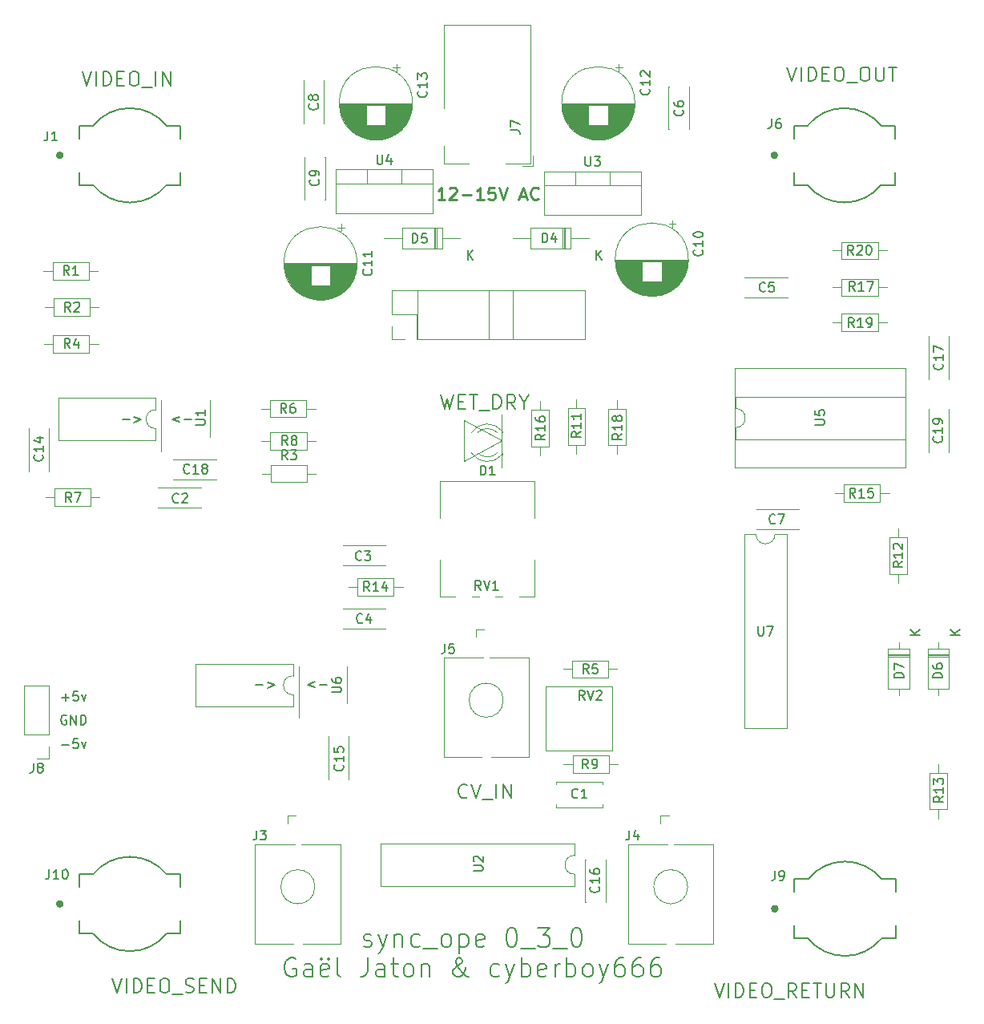
<source format=gbr>
G04 #@! TF.GenerationSoftware,KiCad,Pcbnew,(5.1.4-0-10_14)*
G04 #@! TF.CreationDate,2021-07-08T18:48:46+12:00*
G04 #@! TF.ProjectId,Sync-Ope-proto,53796e63-2d4f-4706-952d-70726f746f2e,0.2*
G04 #@! TF.SameCoordinates,Original*
G04 #@! TF.FileFunction,Legend,Top*
G04 #@! TF.FilePolarity,Positive*
%FSLAX46Y46*%
G04 Gerber Fmt 4.6, Leading zero omitted, Abs format (unit mm)*
G04 Created by KiCad (PCBNEW (5.1.4-0-10_14)) date 2021-07-08 18:48:46*
%MOMM*%
%LPD*%
G04 APERTURE LIST*
%ADD10C,0.150000*%
%ADD11C,0.250000*%
%ADD12C,0.120000*%
%ADD13C,0.127000*%
%ADD14C,0.400000*%
G04 APERTURE END LIST*
D10*
X145142857Y-85528571D02*
X145500000Y-87028571D01*
X145785714Y-85957142D01*
X146071428Y-87028571D01*
X146428571Y-85528571D01*
X147000000Y-86242857D02*
X147500000Y-86242857D01*
X147714285Y-87028571D02*
X147000000Y-87028571D01*
X147000000Y-85528571D01*
X147714285Y-85528571D01*
X148142857Y-85528571D02*
X149000000Y-85528571D01*
X148571428Y-87028571D02*
X148571428Y-85528571D01*
X149142857Y-87171428D02*
X150285714Y-87171428D01*
X150642857Y-87028571D02*
X150642857Y-85528571D01*
X151000000Y-85528571D01*
X151214285Y-85600000D01*
X151357142Y-85742857D01*
X151428571Y-85885714D01*
X151500000Y-86171428D01*
X151500000Y-86385714D01*
X151428571Y-86671428D01*
X151357142Y-86814285D01*
X151214285Y-86957142D01*
X151000000Y-87028571D01*
X150642857Y-87028571D01*
X153000000Y-87028571D02*
X152500000Y-86314285D01*
X152142857Y-87028571D02*
X152142857Y-85528571D01*
X152714285Y-85528571D01*
X152857142Y-85600000D01*
X152928571Y-85671428D01*
X153000000Y-85814285D01*
X153000000Y-86028571D01*
X152928571Y-86171428D01*
X152857142Y-86242857D01*
X152714285Y-86314285D01*
X152142857Y-86314285D01*
X153928571Y-86314285D02*
X153928571Y-87028571D01*
X153428571Y-85528571D02*
X153928571Y-86314285D01*
X154428571Y-85528571D01*
X147907142Y-127985714D02*
X147835714Y-128057142D01*
X147621428Y-128128571D01*
X147478571Y-128128571D01*
X147264285Y-128057142D01*
X147121428Y-127914285D01*
X147050000Y-127771428D01*
X146978571Y-127485714D01*
X146978571Y-127271428D01*
X147050000Y-126985714D01*
X147121428Y-126842857D01*
X147264285Y-126700000D01*
X147478571Y-126628571D01*
X147621428Y-126628571D01*
X147835714Y-126700000D01*
X147907142Y-126771428D01*
X148335714Y-126628571D02*
X148835714Y-128128571D01*
X149335714Y-126628571D01*
X149478571Y-128271428D02*
X150621428Y-128271428D01*
X150978571Y-128128571D02*
X150978571Y-126628571D01*
X151692857Y-128128571D02*
X151692857Y-126628571D01*
X152550000Y-128128571D01*
X152550000Y-126628571D01*
D11*
X145550000Y-64938095D02*
X144807142Y-64938095D01*
X145178571Y-64938095D02*
X145178571Y-63638095D01*
X145054761Y-63823809D01*
X144930952Y-63947619D01*
X144807142Y-64009523D01*
X146045238Y-63761904D02*
X146107142Y-63700000D01*
X146230952Y-63638095D01*
X146540476Y-63638095D01*
X146664285Y-63700000D01*
X146726190Y-63761904D01*
X146788095Y-63885714D01*
X146788095Y-64009523D01*
X146726190Y-64195238D01*
X145983333Y-64938095D01*
X146788095Y-64938095D01*
X147345238Y-64442857D02*
X148335714Y-64442857D01*
X149635714Y-64938095D02*
X148892857Y-64938095D01*
X149264285Y-64938095D02*
X149264285Y-63638095D01*
X149140476Y-63823809D01*
X149016666Y-63947619D01*
X148892857Y-64009523D01*
X150811904Y-63638095D02*
X150192857Y-63638095D01*
X150130952Y-64257142D01*
X150192857Y-64195238D01*
X150316666Y-64133333D01*
X150626190Y-64133333D01*
X150750000Y-64195238D01*
X150811904Y-64257142D01*
X150873809Y-64380952D01*
X150873809Y-64690476D01*
X150811904Y-64814285D01*
X150750000Y-64876190D01*
X150626190Y-64938095D01*
X150316666Y-64938095D01*
X150192857Y-64876190D01*
X150130952Y-64814285D01*
X151245238Y-63638095D02*
X151678571Y-64938095D01*
X152111904Y-63638095D01*
X153473809Y-64566666D02*
X154092857Y-64566666D01*
X153350000Y-64938095D02*
X153783333Y-63638095D01*
X154216666Y-64938095D01*
X155392857Y-64814285D02*
X155330952Y-64876190D01*
X155145238Y-64938095D01*
X155021428Y-64938095D01*
X154835714Y-64876190D01*
X154711904Y-64752380D01*
X154650000Y-64628571D01*
X154588095Y-64380952D01*
X154588095Y-64195238D01*
X154650000Y-63947619D01*
X154711904Y-63823809D01*
X154835714Y-63700000D01*
X155021428Y-63638095D01*
X155145238Y-63638095D01*
X155330952Y-63700000D01*
X155392857Y-63761904D01*
D10*
X125550000Y-116171428D02*
X126311904Y-116171428D01*
X126788095Y-115885714D02*
X127550000Y-116171428D01*
X126788095Y-116457142D01*
X133050000Y-116128571D02*
X132288095Y-116128571D01*
X131811904Y-116414285D02*
X131050000Y-116128571D01*
X131811904Y-115842857D01*
X118750000Y-88128571D02*
X117988095Y-88128571D01*
X117511904Y-88414285D02*
X116750000Y-88128571D01*
X117511904Y-87842857D01*
X111450000Y-88171428D02*
X112211904Y-88171428D01*
X112688095Y-87885714D02*
X113450000Y-88171428D01*
X112688095Y-88457142D01*
X105538095Y-119400000D02*
X105442857Y-119352380D01*
X105300000Y-119352380D01*
X105157142Y-119400000D01*
X105061904Y-119495238D01*
X105014285Y-119590476D01*
X104966666Y-119780952D01*
X104966666Y-119923809D01*
X105014285Y-120114285D01*
X105061904Y-120209523D01*
X105157142Y-120304761D01*
X105300000Y-120352380D01*
X105395238Y-120352380D01*
X105538095Y-120304761D01*
X105585714Y-120257142D01*
X105585714Y-119923809D01*
X105395238Y-119923809D01*
X106014285Y-120352380D02*
X106014285Y-119352380D01*
X106585714Y-120352380D01*
X106585714Y-119352380D01*
X107061904Y-120352380D02*
X107061904Y-119352380D01*
X107300000Y-119352380D01*
X107442857Y-119400000D01*
X107538095Y-119495238D01*
X107585714Y-119590476D01*
X107633333Y-119780952D01*
X107633333Y-119923809D01*
X107585714Y-120114285D01*
X107538095Y-120209523D01*
X107442857Y-120304761D01*
X107300000Y-120352380D01*
X107061904Y-120352380D01*
X105061904Y-122471428D02*
X105823809Y-122471428D01*
X106776190Y-121852380D02*
X106300000Y-121852380D01*
X106252380Y-122328571D01*
X106300000Y-122280952D01*
X106395238Y-122233333D01*
X106633333Y-122233333D01*
X106728571Y-122280952D01*
X106776190Y-122328571D01*
X106823809Y-122423809D01*
X106823809Y-122661904D01*
X106776190Y-122757142D01*
X106728571Y-122804761D01*
X106633333Y-122852380D01*
X106395238Y-122852380D01*
X106300000Y-122804761D01*
X106252380Y-122757142D01*
X107157142Y-122185714D02*
X107395238Y-122852380D01*
X107633333Y-122185714D01*
X105061904Y-117471428D02*
X105823809Y-117471428D01*
X105442857Y-117852380D02*
X105442857Y-117090476D01*
X106776190Y-116852380D02*
X106300000Y-116852380D01*
X106252380Y-117328571D01*
X106300000Y-117280952D01*
X106395238Y-117233333D01*
X106633333Y-117233333D01*
X106728571Y-117280952D01*
X106776190Y-117328571D01*
X106823809Y-117423809D01*
X106823809Y-117661904D01*
X106776190Y-117757142D01*
X106728571Y-117804761D01*
X106633333Y-117852380D01*
X106395238Y-117852380D01*
X106300000Y-117804761D01*
X106252380Y-117757142D01*
X107157142Y-117185714D02*
X107395238Y-117852380D01*
X107633333Y-117185714D01*
D12*
X147550000Y-92500000D02*
X151450000Y-90450000D01*
X147550000Y-88200000D02*
X147550000Y-92500000D01*
X151550000Y-90350000D02*
X147550000Y-88200000D01*
X151550000Y-87600000D02*
X151550000Y-93250000D01*
X152700000Y-74550000D02*
X152700000Y-79550000D01*
X150200000Y-74500000D02*
X150200000Y-79600000D01*
X142650000Y-74500000D02*
X142650000Y-79600000D01*
D10*
X174035714Y-147678571D02*
X174535714Y-149178571D01*
X175035714Y-147678571D01*
X175535714Y-149178571D02*
X175535714Y-147678571D01*
X176250000Y-149178571D02*
X176250000Y-147678571D01*
X176607142Y-147678571D01*
X176821428Y-147750000D01*
X176964285Y-147892857D01*
X177035714Y-148035714D01*
X177107142Y-148321428D01*
X177107142Y-148535714D01*
X177035714Y-148821428D01*
X176964285Y-148964285D01*
X176821428Y-149107142D01*
X176607142Y-149178571D01*
X176250000Y-149178571D01*
X177750000Y-148392857D02*
X178250000Y-148392857D01*
X178464285Y-149178571D02*
X177750000Y-149178571D01*
X177750000Y-147678571D01*
X178464285Y-147678571D01*
X179392857Y-147678571D02*
X179678571Y-147678571D01*
X179821428Y-147750000D01*
X179964285Y-147892857D01*
X180035714Y-148178571D01*
X180035714Y-148678571D01*
X179964285Y-148964285D01*
X179821428Y-149107142D01*
X179678571Y-149178571D01*
X179392857Y-149178571D01*
X179250000Y-149107142D01*
X179107142Y-148964285D01*
X179035714Y-148678571D01*
X179035714Y-148178571D01*
X179107142Y-147892857D01*
X179250000Y-147750000D01*
X179392857Y-147678571D01*
X180321428Y-149321428D02*
X181464285Y-149321428D01*
X182678571Y-149178571D02*
X182178571Y-148464285D01*
X181821428Y-149178571D02*
X181821428Y-147678571D01*
X182392857Y-147678571D01*
X182535714Y-147750000D01*
X182607142Y-147821428D01*
X182678571Y-147964285D01*
X182678571Y-148178571D01*
X182607142Y-148321428D01*
X182535714Y-148392857D01*
X182392857Y-148464285D01*
X181821428Y-148464285D01*
X183321428Y-148392857D02*
X183821428Y-148392857D01*
X184035714Y-149178571D02*
X183321428Y-149178571D01*
X183321428Y-147678571D01*
X184035714Y-147678571D01*
X184464285Y-147678571D02*
X185321428Y-147678571D01*
X184892857Y-149178571D02*
X184892857Y-147678571D01*
X185821428Y-147678571D02*
X185821428Y-148892857D01*
X185892857Y-149035714D01*
X185964285Y-149107142D01*
X186107142Y-149178571D01*
X186392857Y-149178571D01*
X186535714Y-149107142D01*
X186607142Y-149035714D01*
X186678571Y-148892857D01*
X186678571Y-147678571D01*
X188250000Y-149178571D02*
X187750000Y-148464285D01*
X187392857Y-149178571D02*
X187392857Y-147678571D01*
X187964285Y-147678571D01*
X188107142Y-147750000D01*
X188178571Y-147821428D01*
X188250000Y-147964285D01*
X188250000Y-148178571D01*
X188178571Y-148321428D01*
X188107142Y-148392857D01*
X187964285Y-148464285D01*
X187392857Y-148464285D01*
X188892857Y-149178571D02*
X188892857Y-147678571D01*
X189750000Y-149178571D01*
X189750000Y-147678571D01*
X181714285Y-50928571D02*
X182214285Y-52428571D01*
X182714285Y-50928571D01*
X183214285Y-52428571D02*
X183214285Y-50928571D01*
X183928571Y-52428571D02*
X183928571Y-50928571D01*
X184285714Y-50928571D01*
X184500000Y-51000000D01*
X184642857Y-51142857D01*
X184714285Y-51285714D01*
X184785714Y-51571428D01*
X184785714Y-51785714D01*
X184714285Y-52071428D01*
X184642857Y-52214285D01*
X184500000Y-52357142D01*
X184285714Y-52428571D01*
X183928571Y-52428571D01*
X185428571Y-51642857D02*
X185928571Y-51642857D01*
X186142857Y-52428571D02*
X185428571Y-52428571D01*
X185428571Y-50928571D01*
X186142857Y-50928571D01*
X187071428Y-50928571D02*
X187357142Y-50928571D01*
X187500000Y-51000000D01*
X187642857Y-51142857D01*
X187714285Y-51428571D01*
X187714285Y-51928571D01*
X187642857Y-52214285D01*
X187500000Y-52357142D01*
X187357142Y-52428571D01*
X187071428Y-52428571D01*
X186928571Y-52357142D01*
X186785714Y-52214285D01*
X186714285Y-51928571D01*
X186714285Y-51428571D01*
X186785714Y-51142857D01*
X186928571Y-51000000D01*
X187071428Y-50928571D01*
X188000000Y-52571428D02*
X189142857Y-52571428D01*
X189785714Y-50928571D02*
X190071428Y-50928571D01*
X190214285Y-51000000D01*
X190357142Y-51142857D01*
X190428571Y-51428571D01*
X190428571Y-51928571D01*
X190357142Y-52214285D01*
X190214285Y-52357142D01*
X190071428Y-52428571D01*
X189785714Y-52428571D01*
X189642857Y-52357142D01*
X189500000Y-52214285D01*
X189428571Y-51928571D01*
X189428571Y-51428571D01*
X189500000Y-51142857D01*
X189642857Y-51000000D01*
X189785714Y-50928571D01*
X191071428Y-50928571D02*
X191071428Y-52142857D01*
X191142857Y-52285714D01*
X191214285Y-52357142D01*
X191357142Y-52428571D01*
X191642857Y-52428571D01*
X191785714Y-52357142D01*
X191857142Y-52285714D01*
X191928571Y-52142857D01*
X191928571Y-50928571D01*
X192428571Y-50928571D02*
X193285714Y-50928571D01*
X192857142Y-52428571D02*
X192857142Y-50928571D01*
X107214285Y-51428571D02*
X107714285Y-52928571D01*
X108214285Y-51428571D01*
X108714285Y-52928571D02*
X108714285Y-51428571D01*
X109428571Y-52928571D02*
X109428571Y-51428571D01*
X109785714Y-51428571D01*
X110000000Y-51500000D01*
X110142857Y-51642857D01*
X110214285Y-51785714D01*
X110285714Y-52071428D01*
X110285714Y-52285714D01*
X110214285Y-52571428D01*
X110142857Y-52714285D01*
X110000000Y-52857142D01*
X109785714Y-52928571D01*
X109428571Y-52928571D01*
X110928571Y-52142857D02*
X111428571Y-52142857D01*
X111642857Y-52928571D02*
X110928571Y-52928571D01*
X110928571Y-51428571D01*
X111642857Y-51428571D01*
X112571428Y-51428571D02*
X112857142Y-51428571D01*
X113000000Y-51500000D01*
X113142857Y-51642857D01*
X113214285Y-51928571D01*
X113214285Y-52428571D01*
X113142857Y-52714285D01*
X113000000Y-52857142D01*
X112857142Y-52928571D01*
X112571428Y-52928571D01*
X112428571Y-52857142D01*
X112285714Y-52714285D01*
X112214285Y-52428571D01*
X112214285Y-51928571D01*
X112285714Y-51642857D01*
X112428571Y-51500000D01*
X112571428Y-51428571D01*
X113500000Y-53071428D02*
X114642857Y-53071428D01*
X115000000Y-52928571D02*
X115000000Y-51428571D01*
X115714285Y-52928571D02*
X115714285Y-51428571D01*
X116571428Y-52928571D01*
X116571428Y-51428571D01*
X110428571Y-147178571D02*
X110928571Y-148678571D01*
X111428571Y-147178571D01*
X111928571Y-148678571D02*
X111928571Y-147178571D01*
X112642857Y-148678571D02*
X112642857Y-147178571D01*
X113000000Y-147178571D01*
X113214285Y-147250000D01*
X113357142Y-147392857D01*
X113428571Y-147535714D01*
X113500000Y-147821428D01*
X113500000Y-148035714D01*
X113428571Y-148321428D01*
X113357142Y-148464285D01*
X113214285Y-148607142D01*
X113000000Y-148678571D01*
X112642857Y-148678571D01*
X114142857Y-147892857D02*
X114642857Y-147892857D01*
X114857142Y-148678571D02*
X114142857Y-148678571D01*
X114142857Y-147178571D01*
X114857142Y-147178571D01*
X115785714Y-147178571D02*
X116071428Y-147178571D01*
X116214285Y-147250000D01*
X116357142Y-147392857D01*
X116428571Y-147678571D01*
X116428571Y-148178571D01*
X116357142Y-148464285D01*
X116214285Y-148607142D01*
X116071428Y-148678571D01*
X115785714Y-148678571D01*
X115642857Y-148607142D01*
X115500000Y-148464285D01*
X115428571Y-148178571D01*
X115428571Y-147678571D01*
X115500000Y-147392857D01*
X115642857Y-147250000D01*
X115785714Y-147178571D01*
X116714285Y-148821428D02*
X117857142Y-148821428D01*
X118142857Y-148607142D02*
X118357142Y-148678571D01*
X118714285Y-148678571D01*
X118857142Y-148607142D01*
X118928571Y-148535714D01*
X119000000Y-148392857D01*
X119000000Y-148250000D01*
X118928571Y-148107142D01*
X118857142Y-148035714D01*
X118714285Y-147964285D01*
X118428571Y-147892857D01*
X118285714Y-147821428D01*
X118214285Y-147750000D01*
X118142857Y-147607142D01*
X118142857Y-147464285D01*
X118214285Y-147321428D01*
X118285714Y-147250000D01*
X118428571Y-147178571D01*
X118785714Y-147178571D01*
X119000000Y-147250000D01*
X119642857Y-147892857D02*
X120142857Y-147892857D01*
X120357142Y-148678571D02*
X119642857Y-148678571D01*
X119642857Y-147178571D01*
X120357142Y-147178571D01*
X121000000Y-148678571D02*
X121000000Y-147178571D01*
X121857142Y-148678571D01*
X121857142Y-147178571D01*
X122571428Y-148678571D02*
X122571428Y-147178571D01*
X122928571Y-147178571D01*
X123142857Y-147250000D01*
X123285714Y-147392857D01*
X123357142Y-147535714D01*
X123428571Y-147821428D01*
X123428571Y-148035714D01*
X123357142Y-148321428D01*
X123285714Y-148464285D01*
X123142857Y-148607142D01*
X122928571Y-148678571D01*
X122571428Y-148678571D01*
X136976190Y-143734523D02*
X137166666Y-143829761D01*
X137547619Y-143829761D01*
X137738095Y-143734523D01*
X137833333Y-143544047D01*
X137833333Y-143448809D01*
X137738095Y-143258333D01*
X137547619Y-143163095D01*
X137261904Y-143163095D01*
X137071428Y-143067857D01*
X136976190Y-142877380D01*
X136976190Y-142782142D01*
X137071428Y-142591666D01*
X137261904Y-142496428D01*
X137547619Y-142496428D01*
X137738095Y-142591666D01*
X138500000Y-142496428D02*
X138976190Y-143829761D01*
X139452380Y-142496428D02*
X138976190Y-143829761D01*
X138785714Y-144305952D01*
X138690476Y-144401190D01*
X138500000Y-144496428D01*
X140214285Y-142496428D02*
X140214285Y-143829761D01*
X140214285Y-142686904D02*
X140309523Y-142591666D01*
X140500000Y-142496428D01*
X140785714Y-142496428D01*
X140976190Y-142591666D01*
X141071428Y-142782142D01*
X141071428Y-143829761D01*
X142880952Y-143734523D02*
X142690476Y-143829761D01*
X142309523Y-143829761D01*
X142119047Y-143734523D01*
X142023809Y-143639285D01*
X141928571Y-143448809D01*
X141928571Y-142877380D01*
X142023809Y-142686904D01*
X142119047Y-142591666D01*
X142309523Y-142496428D01*
X142690476Y-142496428D01*
X142880952Y-142591666D01*
X143261904Y-144020238D02*
X144785714Y-144020238D01*
X145547619Y-143829761D02*
X145357142Y-143734523D01*
X145261904Y-143639285D01*
X145166666Y-143448809D01*
X145166666Y-142877380D01*
X145261904Y-142686904D01*
X145357142Y-142591666D01*
X145547619Y-142496428D01*
X145833333Y-142496428D01*
X146023809Y-142591666D01*
X146119047Y-142686904D01*
X146214285Y-142877380D01*
X146214285Y-143448809D01*
X146119047Y-143639285D01*
X146023809Y-143734523D01*
X145833333Y-143829761D01*
X145547619Y-143829761D01*
X147071428Y-142496428D02*
X147071428Y-144496428D01*
X147071428Y-142591666D02*
X147261904Y-142496428D01*
X147642857Y-142496428D01*
X147833333Y-142591666D01*
X147928571Y-142686904D01*
X148023809Y-142877380D01*
X148023809Y-143448809D01*
X147928571Y-143639285D01*
X147833333Y-143734523D01*
X147642857Y-143829761D01*
X147261904Y-143829761D01*
X147071428Y-143734523D01*
X149642857Y-143734523D02*
X149452380Y-143829761D01*
X149071428Y-143829761D01*
X148880952Y-143734523D01*
X148785714Y-143544047D01*
X148785714Y-142782142D01*
X148880952Y-142591666D01*
X149071428Y-142496428D01*
X149452380Y-142496428D01*
X149642857Y-142591666D01*
X149738095Y-142782142D01*
X149738095Y-142972619D01*
X148785714Y-143163095D01*
X152500000Y-141829761D02*
X152690476Y-141829761D01*
X152880952Y-141925000D01*
X152976190Y-142020238D01*
X153071428Y-142210714D01*
X153166666Y-142591666D01*
X153166666Y-143067857D01*
X153071428Y-143448809D01*
X152976190Y-143639285D01*
X152880952Y-143734523D01*
X152690476Y-143829761D01*
X152500000Y-143829761D01*
X152309523Y-143734523D01*
X152214285Y-143639285D01*
X152119047Y-143448809D01*
X152023809Y-143067857D01*
X152023809Y-142591666D01*
X152119047Y-142210714D01*
X152214285Y-142020238D01*
X152309523Y-141925000D01*
X152500000Y-141829761D01*
X153547619Y-144020238D02*
X155071428Y-144020238D01*
X155357142Y-141829761D02*
X156595238Y-141829761D01*
X155928571Y-142591666D01*
X156214285Y-142591666D01*
X156404761Y-142686904D01*
X156500000Y-142782142D01*
X156595238Y-142972619D01*
X156595238Y-143448809D01*
X156500000Y-143639285D01*
X156404761Y-143734523D01*
X156214285Y-143829761D01*
X155642857Y-143829761D01*
X155452380Y-143734523D01*
X155357142Y-143639285D01*
X156976190Y-144020238D02*
X158500000Y-144020238D01*
X159357142Y-141829761D02*
X159547619Y-141829761D01*
X159738095Y-141925000D01*
X159833333Y-142020238D01*
X159928571Y-142210714D01*
X160023809Y-142591666D01*
X160023809Y-143067857D01*
X159928571Y-143448809D01*
X159833333Y-143639285D01*
X159738095Y-143734523D01*
X159547619Y-143829761D01*
X159357142Y-143829761D01*
X159166666Y-143734523D01*
X159071428Y-143639285D01*
X158976190Y-143448809D01*
X158880952Y-143067857D01*
X158880952Y-142591666D01*
X158976190Y-142210714D01*
X159071428Y-142020238D01*
X159166666Y-141925000D01*
X159357142Y-141829761D01*
X129738095Y-145075000D02*
X129547619Y-144979761D01*
X129261904Y-144979761D01*
X128976190Y-145075000D01*
X128785714Y-145265476D01*
X128690476Y-145455952D01*
X128595238Y-145836904D01*
X128595238Y-146122619D01*
X128690476Y-146503571D01*
X128785714Y-146694047D01*
X128976190Y-146884523D01*
X129261904Y-146979761D01*
X129452380Y-146979761D01*
X129738095Y-146884523D01*
X129833333Y-146789285D01*
X129833333Y-146122619D01*
X129452380Y-146122619D01*
X131547619Y-146979761D02*
X131547619Y-145932142D01*
X131452380Y-145741666D01*
X131261904Y-145646428D01*
X130880952Y-145646428D01*
X130690476Y-145741666D01*
X131547619Y-146884523D02*
X131357142Y-146979761D01*
X130880952Y-146979761D01*
X130690476Y-146884523D01*
X130595238Y-146694047D01*
X130595238Y-146503571D01*
X130690476Y-146313095D01*
X130880952Y-146217857D01*
X131357142Y-146217857D01*
X131547619Y-146122619D01*
X133261904Y-146884523D02*
X133071428Y-146979761D01*
X132690476Y-146979761D01*
X132500000Y-146884523D01*
X132404761Y-146694047D01*
X132404761Y-145932142D01*
X132500000Y-145741666D01*
X132690476Y-145646428D01*
X133071428Y-145646428D01*
X133261904Y-145741666D01*
X133357142Y-145932142D01*
X133357142Y-146122619D01*
X132404761Y-146313095D01*
X132500000Y-144979761D02*
X132595238Y-145075000D01*
X132500000Y-145170238D01*
X132404761Y-145075000D01*
X132500000Y-144979761D01*
X132500000Y-145170238D01*
X133261904Y-144979761D02*
X133357142Y-145075000D01*
X133261904Y-145170238D01*
X133166666Y-145075000D01*
X133261904Y-144979761D01*
X133261904Y-145170238D01*
X134500000Y-146979761D02*
X134309523Y-146884523D01*
X134214285Y-146694047D01*
X134214285Y-144979761D01*
X137357142Y-144979761D02*
X137357142Y-146408333D01*
X137261904Y-146694047D01*
X137071428Y-146884523D01*
X136785714Y-146979761D01*
X136595238Y-146979761D01*
X139166666Y-146979761D02*
X139166666Y-145932142D01*
X139071428Y-145741666D01*
X138880952Y-145646428D01*
X138500000Y-145646428D01*
X138309523Y-145741666D01*
X139166666Y-146884523D02*
X138976190Y-146979761D01*
X138500000Y-146979761D01*
X138309523Y-146884523D01*
X138214285Y-146694047D01*
X138214285Y-146503571D01*
X138309523Y-146313095D01*
X138500000Y-146217857D01*
X138976190Y-146217857D01*
X139166666Y-146122619D01*
X139833333Y-145646428D02*
X140595238Y-145646428D01*
X140119047Y-144979761D02*
X140119047Y-146694047D01*
X140214285Y-146884523D01*
X140404761Y-146979761D01*
X140595238Y-146979761D01*
X141547619Y-146979761D02*
X141357142Y-146884523D01*
X141261904Y-146789285D01*
X141166666Y-146598809D01*
X141166666Y-146027380D01*
X141261904Y-145836904D01*
X141357142Y-145741666D01*
X141547619Y-145646428D01*
X141833333Y-145646428D01*
X142023809Y-145741666D01*
X142119047Y-145836904D01*
X142214285Y-146027380D01*
X142214285Y-146598809D01*
X142119047Y-146789285D01*
X142023809Y-146884523D01*
X141833333Y-146979761D01*
X141547619Y-146979761D01*
X143071428Y-145646428D02*
X143071428Y-146979761D01*
X143071428Y-145836904D02*
X143166666Y-145741666D01*
X143357142Y-145646428D01*
X143642857Y-145646428D01*
X143833333Y-145741666D01*
X143928571Y-145932142D01*
X143928571Y-146979761D01*
X148023809Y-146979761D02*
X147928571Y-146979761D01*
X147738095Y-146884523D01*
X147452380Y-146598809D01*
X146976190Y-146027380D01*
X146785714Y-145741666D01*
X146690476Y-145455952D01*
X146690476Y-145265476D01*
X146785714Y-145075000D01*
X146976190Y-144979761D01*
X147071428Y-144979761D01*
X147261904Y-145075000D01*
X147357142Y-145265476D01*
X147357142Y-145360714D01*
X147261904Y-145551190D01*
X147166666Y-145646428D01*
X146595238Y-146027380D01*
X146500000Y-146122619D01*
X146404761Y-146313095D01*
X146404761Y-146598809D01*
X146500000Y-146789285D01*
X146595238Y-146884523D01*
X146785714Y-146979761D01*
X147071428Y-146979761D01*
X147261904Y-146884523D01*
X147357142Y-146789285D01*
X147642857Y-146408333D01*
X147738095Y-146122619D01*
X147738095Y-145932142D01*
X151261904Y-146884523D02*
X151071428Y-146979761D01*
X150690476Y-146979761D01*
X150500000Y-146884523D01*
X150404761Y-146789285D01*
X150309523Y-146598809D01*
X150309523Y-146027380D01*
X150404761Y-145836904D01*
X150500000Y-145741666D01*
X150690476Y-145646428D01*
X151071428Y-145646428D01*
X151261904Y-145741666D01*
X151928571Y-145646428D02*
X152404761Y-146979761D01*
X152880952Y-145646428D02*
X152404761Y-146979761D01*
X152214285Y-147455952D01*
X152119047Y-147551190D01*
X151928571Y-147646428D01*
X153642857Y-146979761D02*
X153642857Y-144979761D01*
X153642857Y-145741666D02*
X153833333Y-145646428D01*
X154214285Y-145646428D01*
X154404761Y-145741666D01*
X154500000Y-145836904D01*
X154595238Y-146027380D01*
X154595238Y-146598809D01*
X154500000Y-146789285D01*
X154404761Y-146884523D01*
X154214285Y-146979761D01*
X153833333Y-146979761D01*
X153642857Y-146884523D01*
X156214285Y-146884523D02*
X156023809Y-146979761D01*
X155642857Y-146979761D01*
X155452380Y-146884523D01*
X155357142Y-146694047D01*
X155357142Y-145932142D01*
X155452380Y-145741666D01*
X155642857Y-145646428D01*
X156023809Y-145646428D01*
X156214285Y-145741666D01*
X156309523Y-145932142D01*
X156309523Y-146122619D01*
X155357142Y-146313095D01*
X157166666Y-146979761D02*
X157166666Y-145646428D01*
X157166666Y-146027380D02*
X157261904Y-145836904D01*
X157357142Y-145741666D01*
X157547619Y-145646428D01*
X157738095Y-145646428D01*
X158404761Y-146979761D02*
X158404761Y-144979761D01*
X158404761Y-145741666D02*
X158595238Y-145646428D01*
X158976190Y-145646428D01*
X159166666Y-145741666D01*
X159261904Y-145836904D01*
X159357142Y-146027380D01*
X159357142Y-146598809D01*
X159261904Y-146789285D01*
X159166666Y-146884523D01*
X158976190Y-146979761D01*
X158595238Y-146979761D01*
X158404761Y-146884523D01*
X160500000Y-146979761D02*
X160309523Y-146884523D01*
X160214285Y-146789285D01*
X160119047Y-146598809D01*
X160119047Y-146027380D01*
X160214285Y-145836904D01*
X160309523Y-145741666D01*
X160500000Y-145646428D01*
X160785714Y-145646428D01*
X160976190Y-145741666D01*
X161071428Y-145836904D01*
X161166666Y-146027380D01*
X161166666Y-146598809D01*
X161071428Y-146789285D01*
X160976190Y-146884523D01*
X160785714Y-146979761D01*
X160500000Y-146979761D01*
X161833333Y-145646428D02*
X162309523Y-146979761D01*
X162785714Y-145646428D02*
X162309523Y-146979761D01*
X162119047Y-147455952D01*
X162023809Y-147551190D01*
X161833333Y-147646428D01*
X164404761Y-144979761D02*
X164023809Y-144979761D01*
X163833333Y-145075000D01*
X163738095Y-145170238D01*
X163547619Y-145455952D01*
X163452380Y-145836904D01*
X163452380Y-146598809D01*
X163547619Y-146789285D01*
X163642857Y-146884523D01*
X163833333Y-146979761D01*
X164214285Y-146979761D01*
X164404761Y-146884523D01*
X164500000Y-146789285D01*
X164595238Y-146598809D01*
X164595238Y-146122619D01*
X164500000Y-145932142D01*
X164404761Y-145836904D01*
X164214285Y-145741666D01*
X163833333Y-145741666D01*
X163642857Y-145836904D01*
X163547619Y-145932142D01*
X163452380Y-146122619D01*
X166309523Y-144979761D02*
X165928571Y-144979761D01*
X165738095Y-145075000D01*
X165642857Y-145170238D01*
X165452380Y-145455952D01*
X165357142Y-145836904D01*
X165357142Y-146598809D01*
X165452380Y-146789285D01*
X165547619Y-146884523D01*
X165738095Y-146979761D01*
X166119047Y-146979761D01*
X166309523Y-146884523D01*
X166404761Y-146789285D01*
X166500000Y-146598809D01*
X166500000Y-146122619D01*
X166404761Y-145932142D01*
X166309523Y-145836904D01*
X166119047Y-145741666D01*
X165738095Y-145741666D01*
X165547619Y-145836904D01*
X165452380Y-145932142D01*
X165357142Y-146122619D01*
X168214285Y-144979761D02*
X167833333Y-144979761D01*
X167642857Y-145075000D01*
X167547619Y-145170238D01*
X167357142Y-145455952D01*
X167261904Y-145836904D01*
X167261904Y-146598809D01*
X167357142Y-146789285D01*
X167452380Y-146884523D01*
X167642857Y-146979761D01*
X168023809Y-146979761D01*
X168214285Y-146884523D01*
X168309523Y-146789285D01*
X168404761Y-146598809D01*
X168404761Y-146122619D01*
X168309523Y-145932142D01*
X168214285Y-145836904D01*
X168023809Y-145741666D01*
X167642857Y-145741666D01*
X167452380Y-145836904D01*
X167357142Y-145932142D01*
X167261904Y-146122619D01*
D12*
X181660000Y-100270000D02*
X180410000Y-100270000D01*
X181660000Y-120710000D02*
X181660000Y-100270000D01*
X177160000Y-120710000D02*
X181660000Y-120710000D01*
X177160000Y-100270000D02*
X177160000Y-120710000D01*
X178410000Y-100270000D02*
X177160000Y-100270000D01*
X180410000Y-100270000D02*
G75*
G02X178410000Y-100270000I-1000000J0D01*
G01*
X115230000Y-95345000D02*
X115230000Y-95330000D01*
X115230000Y-97470000D02*
X115230000Y-97455000D01*
X119770000Y-95345000D02*
X119770000Y-95330000D01*
X119770000Y-97470000D02*
X119770000Y-97455000D01*
X119770000Y-95330000D02*
X115230000Y-95330000D01*
X119770000Y-97470000D02*
X115230000Y-97470000D01*
X181770000Y-75270000D02*
X177230000Y-75270000D01*
X181770000Y-73130000D02*
X177230000Y-73130000D01*
X181770000Y-75270000D02*
X181770000Y-75255000D01*
X181770000Y-73145000D02*
X181770000Y-73130000D01*
X177230000Y-75270000D02*
X177230000Y-75255000D01*
X177230000Y-73145000D02*
X177230000Y-73130000D01*
X169195000Y-57520000D02*
X169180000Y-57520000D01*
X171320000Y-57520000D02*
X171305000Y-57520000D01*
X169195000Y-52980000D02*
X169180000Y-52980000D01*
X171320000Y-52980000D02*
X171305000Y-52980000D01*
X169180000Y-52980000D02*
X169180000Y-57520000D01*
X171320000Y-52980000D02*
X171320000Y-57520000D01*
X130645000Y-56870000D02*
X130630000Y-56870000D01*
X132770000Y-56870000D02*
X132755000Y-56870000D01*
X130645000Y-52330000D02*
X130630000Y-52330000D01*
X132770000Y-52330000D02*
X132755000Y-52330000D01*
X130630000Y-52330000D02*
X130630000Y-56870000D01*
X132770000Y-52330000D02*
X132770000Y-56870000D01*
X130730000Y-64970000D02*
X130730000Y-60430000D01*
X132870000Y-64970000D02*
X132870000Y-60430000D01*
X130730000Y-64970000D02*
X130745000Y-64970000D01*
X132855000Y-64970000D02*
X132870000Y-64970000D01*
X130730000Y-60430000D02*
X130745000Y-60430000D01*
X132855000Y-60430000D02*
X132870000Y-60430000D01*
X171270000Y-71250000D02*
G75*
G03X171270000Y-71250000I-3870000J0D01*
G01*
X171230000Y-71250000D02*
X163570000Y-71250000D01*
X171230000Y-71290000D02*
X163570000Y-71290000D01*
X171230000Y-71330000D02*
X163570000Y-71330000D01*
X171229000Y-71370000D02*
X163571000Y-71370000D01*
X171227000Y-71410000D02*
X163573000Y-71410000D01*
X171225000Y-71450000D02*
X163575000Y-71450000D01*
X171223000Y-71490000D02*
X168440000Y-71490000D01*
X166360000Y-71490000D02*
X163577000Y-71490000D01*
X171220000Y-71530000D02*
X168440000Y-71530000D01*
X166360000Y-71530000D02*
X163580000Y-71530000D01*
X171217000Y-71570000D02*
X168440000Y-71570000D01*
X166360000Y-71570000D02*
X163583000Y-71570000D01*
X171214000Y-71610000D02*
X168440000Y-71610000D01*
X166360000Y-71610000D02*
X163586000Y-71610000D01*
X171210000Y-71650000D02*
X168440000Y-71650000D01*
X166360000Y-71650000D02*
X163590000Y-71650000D01*
X171205000Y-71690000D02*
X168440000Y-71690000D01*
X166360000Y-71690000D02*
X163595000Y-71690000D01*
X171201000Y-71730000D02*
X168440000Y-71730000D01*
X166360000Y-71730000D02*
X163599000Y-71730000D01*
X171195000Y-71770000D02*
X168440000Y-71770000D01*
X166360000Y-71770000D02*
X163605000Y-71770000D01*
X171190000Y-71810000D02*
X168440000Y-71810000D01*
X166360000Y-71810000D02*
X163610000Y-71810000D01*
X171184000Y-71850000D02*
X168440000Y-71850000D01*
X166360000Y-71850000D02*
X163616000Y-71850000D01*
X171177000Y-71890000D02*
X168440000Y-71890000D01*
X166360000Y-71890000D02*
X163623000Y-71890000D01*
X171170000Y-71930000D02*
X168440000Y-71930000D01*
X166360000Y-71930000D02*
X163630000Y-71930000D01*
X171163000Y-71971000D02*
X168440000Y-71971000D01*
X166360000Y-71971000D02*
X163637000Y-71971000D01*
X171155000Y-72011000D02*
X168440000Y-72011000D01*
X166360000Y-72011000D02*
X163645000Y-72011000D01*
X171147000Y-72051000D02*
X168440000Y-72051000D01*
X166360000Y-72051000D02*
X163653000Y-72051000D01*
X171138000Y-72091000D02*
X168440000Y-72091000D01*
X166360000Y-72091000D02*
X163662000Y-72091000D01*
X171129000Y-72131000D02*
X168440000Y-72131000D01*
X166360000Y-72131000D02*
X163671000Y-72131000D01*
X171120000Y-72171000D02*
X168440000Y-72171000D01*
X166360000Y-72171000D02*
X163680000Y-72171000D01*
X171110000Y-72211000D02*
X168440000Y-72211000D01*
X166360000Y-72211000D02*
X163690000Y-72211000D01*
X171099000Y-72251000D02*
X168440000Y-72251000D01*
X166360000Y-72251000D02*
X163701000Y-72251000D01*
X171088000Y-72291000D02*
X168440000Y-72291000D01*
X166360000Y-72291000D02*
X163712000Y-72291000D01*
X171077000Y-72331000D02*
X168440000Y-72331000D01*
X166360000Y-72331000D02*
X163723000Y-72331000D01*
X171065000Y-72371000D02*
X168440000Y-72371000D01*
X166360000Y-72371000D02*
X163735000Y-72371000D01*
X171053000Y-72411000D02*
X168440000Y-72411000D01*
X166360000Y-72411000D02*
X163747000Y-72411000D01*
X171040000Y-72451000D02*
X168440000Y-72451000D01*
X166360000Y-72451000D02*
X163760000Y-72451000D01*
X171026000Y-72491000D02*
X168440000Y-72491000D01*
X166360000Y-72491000D02*
X163774000Y-72491000D01*
X171013000Y-72531000D02*
X168440000Y-72531000D01*
X166360000Y-72531000D02*
X163787000Y-72531000D01*
X170998000Y-72571000D02*
X168440000Y-72571000D01*
X166360000Y-72571000D02*
X163802000Y-72571000D01*
X170984000Y-72611000D02*
X168440000Y-72611000D01*
X166360000Y-72611000D02*
X163816000Y-72611000D01*
X170968000Y-72651000D02*
X168440000Y-72651000D01*
X166360000Y-72651000D02*
X163832000Y-72651000D01*
X170953000Y-72691000D02*
X168440000Y-72691000D01*
X166360000Y-72691000D02*
X163847000Y-72691000D01*
X170936000Y-72731000D02*
X168440000Y-72731000D01*
X166360000Y-72731000D02*
X163864000Y-72731000D01*
X170920000Y-72771000D02*
X168440000Y-72771000D01*
X166360000Y-72771000D02*
X163880000Y-72771000D01*
X170902000Y-72811000D02*
X168440000Y-72811000D01*
X166360000Y-72811000D02*
X163898000Y-72811000D01*
X170884000Y-72851000D02*
X168440000Y-72851000D01*
X166360000Y-72851000D02*
X163916000Y-72851000D01*
X170866000Y-72891000D02*
X168440000Y-72891000D01*
X166360000Y-72891000D02*
X163934000Y-72891000D01*
X170847000Y-72931000D02*
X168440000Y-72931000D01*
X166360000Y-72931000D02*
X163953000Y-72931000D01*
X170827000Y-72971000D02*
X168440000Y-72971000D01*
X166360000Y-72971000D02*
X163973000Y-72971000D01*
X170807000Y-73011000D02*
X168440000Y-73011000D01*
X166360000Y-73011000D02*
X163993000Y-73011000D01*
X170786000Y-73051000D02*
X168440000Y-73051000D01*
X166360000Y-73051000D02*
X164014000Y-73051000D01*
X170765000Y-73091000D02*
X168440000Y-73091000D01*
X166360000Y-73091000D02*
X164035000Y-73091000D01*
X170743000Y-73131000D02*
X168440000Y-73131000D01*
X166360000Y-73131000D02*
X164057000Y-73131000D01*
X170721000Y-73171000D02*
X168440000Y-73171000D01*
X166360000Y-73171000D02*
X164079000Y-73171000D01*
X170697000Y-73211000D02*
X168440000Y-73211000D01*
X166360000Y-73211000D02*
X164103000Y-73211000D01*
X170674000Y-73251000D02*
X168440000Y-73251000D01*
X166360000Y-73251000D02*
X164126000Y-73251000D01*
X170649000Y-73291000D02*
X168440000Y-73291000D01*
X166360000Y-73291000D02*
X164151000Y-73291000D01*
X170624000Y-73331000D02*
X168440000Y-73331000D01*
X166360000Y-73331000D02*
X164176000Y-73331000D01*
X170598000Y-73371000D02*
X168440000Y-73371000D01*
X166360000Y-73371000D02*
X164202000Y-73371000D01*
X170572000Y-73411000D02*
X168440000Y-73411000D01*
X166360000Y-73411000D02*
X164228000Y-73411000D01*
X170544000Y-73451000D02*
X168440000Y-73451000D01*
X166360000Y-73451000D02*
X164256000Y-73451000D01*
X170516000Y-73491000D02*
X168440000Y-73491000D01*
X166360000Y-73491000D02*
X164284000Y-73491000D01*
X170488000Y-73531000D02*
X168440000Y-73531000D01*
X166360000Y-73531000D02*
X164312000Y-73531000D01*
X170458000Y-73571000D02*
X164342000Y-73571000D01*
X170428000Y-73611000D02*
X164372000Y-73611000D01*
X170396000Y-73651000D02*
X164404000Y-73651000D01*
X170364000Y-73691000D02*
X164436000Y-73691000D01*
X170331000Y-73731000D02*
X164469000Y-73731000D01*
X170298000Y-73771000D02*
X164502000Y-73771000D01*
X170263000Y-73811000D02*
X164537000Y-73811000D01*
X170227000Y-73851000D02*
X164573000Y-73851000D01*
X170190000Y-73891000D02*
X164610000Y-73891000D01*
X170152000Y-73931000D02*
X164648000Y-73931000D01*
X170113000Y-73971000D02*
X164687000Y-73971000D01*
X170073000Y-74011000D02*
X164727000Y-74011000D01*
X170032000Y-74051000D02*
X164768000Y-74051000D01*
X169989000Y-74091000D02*
X164811000Y-74091000D01*
X169946000Y-74131000D02*
X164854000Y-74131000D01*
X169900000Y-74171000D02*
X164900000Y-74171000D01*
X169854000Y-74211000D02*
X164946000Y-74211000D01*
X169805000Y-74251000D02*
X164995000Y-74251000D01*
X169755000Y-74291000D02*
X165045000Y-74291000D01*
X169704000Y-74331000D02*
X165096000Y-74331000D01*
X169650000Y-74371000D02*
X165150000Y-74371000D01*
X169595000Y-74411000D02*
X165205000Y-74411000D01*
X169537000Y-74451000D02*
X165263000Y-74451000D01*
X169477000Y-74491000D02*
X165323000Y-74491000D01*
X169414000Y-74531000D02*
X165386000Y-74531000D01*
X169349000Y-74571000D02*
X165451000Y-74571000D01*
X169281000Y-74611000D02*
X165519000Y-74611000D01*
X169209000Y-74651000D02*
X165591000Y-74651000D01*
X169133000Y-74691000D02*
X165667000Y-74691000D01*
X169054000Y-74731000D02*
X165746000Y-74731000D01*
X168969000Y-74771000D02*
X165831000Y-74771000D01*
X168878000Y-74811000D02*
X165922000Y-74811000D01*
X168781000Y-74851000D02*
X166019000Y-74851000D01*
X168675000Y-74891000D02*
X166125000Y-74891000D01*
X168558000Y-74931000D02*
X166242000Y-74931000D01*
X168428000Y-74971000D02*
X166372000Y-74971000D01*
X168277000Y-75011000D02*
X166523000Y-75011000D01*
X168093000Y-75051000D02*
X166707000Y-75051000D01*
X167841000Y-75091000D02*
X166959000Y-75091000D01*
X169575000Y-67107789D02*
X169575000Y-67857789D01*
X169950000Y-67482789D02*
X169200000Y-67482789D01*
X134950000Y-67882789D02*
X134200000Y-67882789D01*
X134575000Y-67507789D02*
X134575000Y-68257789D01*
X132841000Y-75491000D02*
X131959000Y-75491000D01*
X133093000Y-75451000D02*
X131707000Y-75451000D01*
X133277000Y-75411000D02*
X131523000Y-75411000D01*
X133428000Y-75371000D02*
X131372000Y-75371000D01*
X133558000Y-75331000D02*
X131242000Y-75331000D01*
X133675000Y-75291000D02*
X131125000Y-75291000D01*
X133781000Y-75251000D02*
X131019000Y-75251000D01*
X133878000Y-75211000D02*
X130922000Y-75211000D01*
X133969000Y-75171000D02*
X130831000Y-75171000D01*
X134054000Y-75131000D02*
X130746000Y-75131000D01*
X134133000Y-75091000D02*
X130667000Y-75091000D01*
X134209000Y-75051000D02*
X130591000Y-75051000D01*
X134281000Y-75011000D02*
X130519000Y-75011000D01*
X134349000Y-74971000D02*
X130451000Y-74971000D01*
X134414000Y-74931000D02*
X130386000Y-74931000D01*
X134477000Y-74891000D02*
X130323000Y-74891000D01*
X134537000Y-74851000D02*
X130263000Y-74851000D01*
X134595000Y-74811000D02*
X130205000Y-74811000D01*
X134650000Y-74771000D02*
X130150000Y-74771000D01*
X134704000Y-74731000D02*
X130096000Y-74731000D01*
X134755000Y-74691000D02*
X130045000Y-74691000D01*
X134805000Y-74651000D02*
X129995000Y-74651000D01*
X134854000Y-74611000D02*
X129946000Y-74611000D01*
X134900000Y-74571000D02*
X129900000Y-74571000D01*
X134946000Y-74531000D02*
X129854000Y-74531000D01*
X134989000Y-74491000D02*
X129811000Y-74491000D01*
X135032000Y-74451000D02*
X129768000Y-74451000D01*
X135073000Y-74411000D02*
X129727000Y-74411000D01*
X135113000Y-74371000D02*
X129687000Y-74371000D01*
X135152000Y-74331000D02*
X129648000Y-74331000D01*
X135190000Y-74291000D02*
X129610000Y-74291000D01*
X135227000Y-74251000D02*
X129573000Y-74251000D01*
X135263000Y-74211000D02*
X129537000Y-74211000D01*
X135298000Y-74171000D02*
X129502000Y-74171000D01*
X135331000Y-74131000D02*
X129469000Y-74131000D01*
X135364000Y-74091000D02*
X129436000Y-74091000D01*
X135396000Y-74051000D02*
X129404000Y-74051000D01*
X135428000Y-74011000D02*
X129372000Y-74011000D01*
X135458000Y-73971000D02*
X129342000Y-73971000D01*
X131360000Y-73931000D02*
X129312000Y-73931000D01*
X135488000Y-73931000D02*
X133440000Y-73931000D01*
X131360000Y-73891000D02*
X129284000Y-73891000D01*
X135516000Y-73891000D02*
X133440000Y-73891000D01*
X131360000Y-73851000D02*
X129256000Y-73851000D01*
X135544000Y-73851000D02*
X133440000Y-73851000D01*
X131360000Y-73811000D02*
X129228000Y-73811000D01*
X135572000Y-73811000D02*
X133440000Y-73811000D01*
X131360000Y-73771000D02*
X129202000Y-73771000D01*
X135598000Y-73771000D02*
X133440000Y-73771000D01*
X131360000Y-73731000D02*
X129176000Y-73731000D01*
X135624000Y-73731000D02*
X133440000Y-73731000D01*
X131360000Y-73691000D02*
X129151000Y-73691000D01*
X135649000Y-73691000D02*
X133440000Y-73691000D01*
X131360000Y-73651000D02*
X129126000Y-73651000D01*
X135674000Y-73651000D02*
X133440000Y-73651000D01*
X131360000Y-73611000D02*
X129103000Y-73611000D01*
X135697000Y-73611000D02*
X133440000Y-73611000D01*
X131360000Y-73571000D02*
X129079000Y-73571000D01*
X135721000Y-73571000D02*
X133440000Y-73571000D01*
X131360000Y-73531000D02*
X129057000Y-73531000D01*
X135743000Y-73531000D02*
X133440000Y-73531000D01*
X131360000Y-73491000D02*
X129035000Y-73491000D01*
X135765000Y-73491000D02*
X133440000Y-73491000D01*
X131360000Y-73451000D02*
X129014000Y-73451000D01*
X135786000Y-73451000D02*
X133440000Y-73451000D01*
X131360000Y-73411000D02*
X128993000Y-73411000D01*
X135807000Y-73411000D02*
X133440000Y-73411000D01*
X131360000Y-73371000D02*
X128973000Y-73371000D01*
X135827000Y-73371000D02*
X133440000Y-73371000D01*
X131360000Y-73331000D02*
X128953000Y-73331000D01*
X135847000Y-73331000D02*
X133440000Y-73331000D01*
X131360000Y-73291000D02*
X128934000Y-73291000D01*
X135866000Y-73291000D02*
X133440000Y-73291000D01*
X131360000Y-73251000D02*
X128916000Y-73251000D01*
X135884000Y-73251000D02*
X133440000Y-73251000D01*
X131360000Y-73211000D02*
X128898000Y-73211000D01*
X135902000Y-73211000D02*
X133440000Y-73211000D01*
X131360000Y-73171000D02*
X128880000Y-73171000D01*
X135920000Y-73171000D02*
X133440000Y-73171000D01*
X131360000Y-73131000D02*
X128864000Y-73131000D01*
X135936000Y-73131000D02*
X133440000Y-73131000D01*
X131360000Y-73091000D02*
X128847000Y-73091000D01*
X135953000Y-73091000D02*
X133440000Y-73091000D01*
X131360000Y-73051000D02*
X128832000Y-73051000D01*
X135968000Y-73051000D02*
X133440000Y-73051000D01*
X131360000Y-73011000D02*
X128816000Y-73011000D01*
X135984000Y-73011000D02*
X133440000Y-73011000D01*
X131360000Y-72971000D02*
X128802000Y-72971000D01*
X135998000Y-72971000D02*
X133440000Y-72971000D01*
X131360000Y-72931000D02*
X128787000Y-72931000D01*
X136013000Y-72931000D02*
X133440000Y-72931000D01*
X131360000Y-72891000D02*
X128774000Y-72891000D01*
X136026000Y-72891000D02*
X133440000Y-72891000D01*
X131360000Y-72851000D02*
X128760000Y-72851000D01*
X136040000Y-72851000D02*
X133440000Y-72851000D01*
X131360000Y-72811000D02*
X128747000Y-72811000D01*
X136053000Y-72811000D02*
X133440000Y-72811000D01*
X131360000Y-72771000D02*
X128735000Y-72771000D01*
X136065000Y-72771000D02*
X133440000Y-72771000D01*
X131360000Y-72731000D02*
X128723000Y-72731000D01*
X136077000Y-72731000D02*
X133440000Y-72731000D01*
X131360000Y-72691000D02*
X128712000Y-72691000D01*
X136088000Y-72691000D02*
X133440000Y-72691000D01*
X131360000Y-72651000D02*
X128701000Y-72651000D01*
X136099000Y-72651000D02*
X133440000Y-72651000D01*
X131360000Y-72611000D02*
X128690000Y-72611000D01*
X136110000Y-72611000D02*
X133440000Y-72611000D01*
X131360000Y-72571000D02*
X128680000Y-72571000D01*
X136120000Y-72571000D02*
X133440000Y-72571000D01*
X131360000Y-72531000D02*
X128671000Y-72531000D01*
X136129000Y-72531000D02*
X133440000Y-72531000D01*
X131360000Y-72491000D02*
X128662000Y-72491000D01*
X136138000Y-72491000D02*
X133440000Y-72491000D01*
X131360000Y-72451000D02*
X128653000Y-72451000D01*
X136147000Y-72451000D02*
X133440000Y-72451000D01*
X131360000Y-72411000D02*
X128645000Y-72411000D01*
X136155000Y-72411000D02*
X133440000Y-72411000D01*
X131360000Y-72371000D02*
X128637000Y-72371000D01*
X136163000Y-72371000D02*
X133440000Y-72371000D01*
X131360000Y-72330000D02*
X128630000Y-72330000D01*
X136170000Y-72330000D02*
X133440000Y-72330000D01*
X131360000Y-72290000D02*
X128623000Y-72290000D01*
X136177000Y-72290000D02*
X133440000Y-72290000D01*
X131360000Y-72250000D02*
X128616000Y-72250000D01*
X136184000Y-72250000D02*
X133440000Y-72250000D01*
X131360000Y-72210000D02*
X128610000Y-72210000D01*
X136190000Y-72210000D02*
X133440000Y-72210000D01*
X131360000Y-72170000D02*
X128605000Y-72170000D01*
X136195000Y-72170000D02*
X133440000Y-72170000D01*
X131360000Y-72130000D02*
X128599000Y-72130000D01*
X136201000Y-72130000D02*
X133440000Y-72130000D01*
X131360000Y-72090000D02*
X128595000Y-72090000D01*
X136205000Y-72090000D02*
X133440000Y-72090000D01*
X131360000Y-72050000D02*
X128590000Y-72050000D01*
X136210000Y-72050000D02*
X133440000Y-72050000D01*
X131360000Y-72010000D02*
X128586000Y-72010000D01*
X136214000Y-72010000D02*
X133440000Y-72010000D01*
X131360000Y-71970000D02*
X128583000Y-71970000D01*
X136217000Y-71970000D02*
X133440000Y-71970000D01*
X131360000Y-71930000D02*
X128580000Y-71930000D01*
X136220000Y-71930000D02*
X133440000Y-71930000D01*
X131360000Y-71890000D02*
X128577000Y-71890000D01*
X136223000Y-71890000D02*
X133440000Y-71890000D01*
X136225000Y-71850000D02*
X128575000Y-71850000D01*
X136227000Y-71810000D02*
X128573000Y-71810000D01*
X136229000Y-71770000D02*
X128571000Y-71770000D01*
X136230000Y-71730000D02*
X128570000Y-71730000D01*
X136230000Y-71690000D02*
X128570000Y-71690000D01*
X136230000Y-71650000D02*
X128570000Y-71650000D01*
X136270000Y-71650000D02*
G75*
G03X136270000Y-71650000I-3870000J0D01*
G01*
X165620000Y-54750000D02*
G75*
G03X165620000Y-54750000I-3870000J0D01*
G01*
X165580000Y-54750000D02*
X157920000Y-54750000D01*
X165580000Y-54790000D02*
X157920000Y-54790000D01*
X165580000Y-54830000D02*
X157920000Y-54830000D01*
X165579000Y-54870000D02*
X157921000Y-54870000D01*
X165577000Y-54910000D02*
X157923000Y-54910000D01*
X165575000Y-54950000D02*
X157925000Y-54950000D01*
X165573000Y-54990000D02*
X162790000Y-54990000D01*
X160710000Y-54990000D02*
X157927000Y-54990000D01*
X165570000Y-55030000D02*
X162790000Y-55030000D01*
X160710000Y-55030000D02*
X157930000Y-55030000D01*
X165567000Y-55070000D02*
X162790000Y-55070000D01*
X160710000Y-55070000D02*
X157933000Y-55070000D01*
X165564000Y-55110000D02*
X162790000Y-55110000D01*
X160710000Y-55110000D02*
X157936000Y-55110000D01*
X165560000Y-55150000D02*
X162790000Y-55150000D01*
X160710000Y-55150000D02*
X157940000Y-55150000D01*
X165555000Y-55190000D02*
X162790000Y-55190000D01*
X160710000Y-55190000D02*
X157945000Y-55190000D01*
X165551000Y-55230000D02*
X162790000Y-55230000D01*
X160710000Y-55230000D02*
X157949000Y-55230000D01*
X165545000Y-55270000D02*
X162790000Y-55270000D01*
X160710000Y-55270000D02*
X157955000Y-55270000D01*
X165540000Y-55310000D02*
X162790000Y-55310000D01*
X160710000Y-55310000D02*
X157960000Y-55310000D01*
X165534000Y-55350000D02*
X162790000Y-55350000D01*
X160710000Y-55350000D02*
X157966000Y-55350000D01*
X165527000Y-55390000D02*
X162790000Y-55390000D01*
X160710000Y-55390000D02*
X157973000Y-55390000D01*
X165520000Y-55430000D02*
X162790000Y-55430000D01*
X160710000Y-55430000D02*
X157980000Y-55430000D01*
X165513000Y-55471000D02*
X162790000Y-55471000D01*
X160710000Y-55471000D02*
X157987000Y-55471000D01*
X165505000Y-55511000D02*
X162790000Y-55511000D01*
X160710000Y-55511000D02*
X157995000Y-55511000D01*
X165497000Y-55551000D02*
X162790000Y-55551000D01*
X160710000Y-55551000D02*
X158003000Y-55551000D01*
X165488000Y-55591000D02*
X162790000Y-55591000D01*
X160710000Y-55591000D02*
X158012000Y-55591000D01*
X165479000Y-55631000D02*
X162790000Y-55631000D01*
X160710000Y-55631000D02*
X158021000Y-55631000D01*
X165470000Y-55671000D02*
X162790000Y-55671000D01*
X160710000Y-55671000D02*
X158030000Y-55671000D01*
X165460000Y-55711000D02*
X162790000Y-55711000D01*
X160710000Y-55711000D02*
X158040000Y-55711000D01*
X165449000Y-55751000D02*
X162790000Y-55751000D01*
X160710000Y-55751000D02*
X158051000Y-55751000D01*
X165438000Y-55791000D02*
X162790000Y-55791000D01*
X160710000Y-55791000D02*
X158062000Y-55791000D01*
X165427000Y-55831000D02*
X162790000Y-55831000D01*
X160710000Y-55831000D02*
X158073000Y-55831000D01*
X165415000Y-55871000D02*
X162790000Y-55871000D01*
X160710000Y-55871000D02*
X158085000Y-55871000D01*
X165403000Y-55911000D02*
X162790000Y-55911000D01*
X160710000Y-55911000D02*
X158097000Y-55911000D01*
X165390000Y-55951000D02*
X162790000Y-55951000D01*
X160710000Y-55951000D02*
X158110000Y-55951000D01*
X165376000Y-55991000D02*
X162790000Y-55991000D01*
X160710000Y-55991000D02*
X158124000Y-55991000D01*
X165363000Y-56031000D02*
X162790000Y-56031000D01*
X160710000Y-56031000D02*
X158137000Y-56031000D01*
X165348000Y-56071000D02*
X162790000Y-56071000D01*
X160710000Y-56071000D02*
X158152000Y-56071000D01*
X165334000Y-56111000D02*
X162790000Y-56111000D01*
X160710000Y-56111000D02*
X158166000Y-56111000D01*
X165318000Y-56151000D02*
X162790000Y-56151000D01*
X160710000Y-56151000D02*
X158182000Y-56151000D01*
X165303000Y-56191000D02*
X162790000Y-56191000D01*
X160710000Y-56191000D02*
X158197000Y-56191000D01*
X165286000Y-56231000D02*
X162790000Y-56231000D01*
X160710000Y-56231000D02*
X158214000Y-56231000D01*
X165270000Y-56271000D02*
X162790000Y-56271000D01*
X160710000Y-56271000D02*
X158230000Y-56271000D01*
X165252000Y-56311000D02*
X162790000Y-56311000D01*
X160710000Y-56311000D02*
X158248000Y-56311000D01*
X165234000Y-56351000D02*
X162790000Y-56351000D01*
X160710000Y-56351000D02*
X158266000Y-56351000D01*
X165216000Y-56391000D02*
X162790000Y-56391000D01*
X160710000Y-56391000D02*
X158284000Y-56391000D01*
X165197000Y-56431000D02*
X162790000Y-56431000D01*
X160710000Y-56431000D02*
X158303000Y-56431000D01*
X165177000Y-56471000D02*
X162790000Y-56471000D01*
X160710000Y-56471000D02*
X158323000Y-56471000D01*
X165157000Y-56511000D02*
X162790000Y-56511000D01*
X160710000Y-56511000D02*
X158343000Y-56511000D01*
X165136000Y-56551000D02*
X162790000Y-56551000D01*
X160710000Y-56551000D02*
X158364000Y-56551000D01*
X165115000Y-56591000D02*
X162790000Y-56591000D01*
X160710000Y-56591000D02*
X158385000Y-56591000D01*
X165093000Y-56631000D02*
X162790000Y-56631000D01*
X160710000Y-56631000D02*
X158407000Y-56631000D01*
X165071000Y-56671000D02*
X162790000Y-56671000D01*
X160710000Y-56671000D02*
X158429000Y-56671000D01*
X165047000Y-56711000D02*
X162790000Y-56711000D01*
X160710000Y-56711000D02*
X158453000Y-56711000D01*
X165024000Y-56751000D02*
X162790000Y-56751000D01*
X160710000Y-56751000D02*
X158476000Y-56751000D01*
X164999000Y-56791000D02*
X162790000Y-56791000D01*
X160710000Y-56791000D02*
X158501000Y-56791000D01*
X164974000Y-56831000D02*
X162790000Y-56831000D01*
X160710000Y-56831000D02*
X158526000Y-56831000D01*
X164948000Y-56871000D02*
X162790000Y-56871000D01*
X160710000Y-56871000D02*
X158552000Y-56871000D01*
X164922000Y-56911000D02*
X162790000Y-56911000D01*
X160710000Y-56911000D02*
X158578000Y-56911000D01*
X164894000Y-56951000D02*
X162790000Y-56951000D01*
X160710000Y-56951000D02*
X158606000Y-56951000D01*
X164866000Y-56991000D02*
X162790000Y-56991000D01*
X160710000Y-56991000D02*
X158634000Y-56991000D01*
X164838000Y-57031000D02*
X162790000Y-57031000D01*
X160710000Y-57031000D02*
X158662000Y-57031000D01*
X164808000Y-57071000D02*
X158692000Y-57071000D01*
X164778000Y-57111000D02*
X158722000Y-57111000D01*
X164746000Y-57151000D02*
X158754000Y-57151000D01*
X164714000Y-57191000D02*
X158786000Y-57191000D01*
X164681000Y-57231000D02*
X158819000Y-57231000D01*
X164648000Y-57271000D02*
X158852000Y-57271000D01*
X164613000Y-57311000D02*
X158887000Y-57311000D01*
X164577000Y-57351000D02*
X158923000Y-57351000D01*
X164540000Y-57391000D02*
X158960000Y-57391000D01*
X164502000Y-57431000D02*
X158998000Y-57431000D01*
X164463000Y-57471000D02*
X159037000Y-57471000D01*
X164423000Y-57511000D02*
X159077000Y-57511000D01*
X164382000Y-57551000D02*
X159118000Y-57551000D01*
X164339000Y-57591000D02*
X159161000Y-57591000D01*
X164296000Y-57631000D02*
X159204000Y-57631000D01*
X164250000Y-57671000D02*
X159250000Y-57671000D01*
X164204000Y-57711000D02*
X159296000Y-57711000D01*
X164155000Y-57751000D02*
X159345000Y-57751000D01*
X164105000Y-57791000D02*
X159395000Y-57791000D01*
X164054000Y-57831000D02*
X159446000Y-57831000D01*
X164000000Y-57871000D02*
X159500000Y-57871000D01*
X163945000Y-57911000D02*
X159555000Y-57911000D01*
X163887000Y-57951000D02*
X159613000Y-57951000D01*
X163827000Y-57991000D02*
X159673000Y-57991000D01*
X163764000Y-58031000D02*
X159736000Y-58031000D01*
X163699000Y-58071000D02*
X159801000Y-58071000D01*
X163631000Y-58111000D02*
X159869000Y-58111000D01*
X163559000Y-58151000D02*
X159941000Y-58151000D01*
X163483000Y-58191000D02*
X160017000Y-58191000D01*
X163404000Y-58231000D02*
X160096000Y-58231000D01*
X163319000Y-58271000D02*
X160181000Y-58271000D01*
X163228000Y-58311000D02*
X160272000Y-58311000D01*
X163131000Y-58351000D02*
X160369000Y-58351000D01*
X163025000Y-58391000D02*
X160475000Y-58391000D01*
X162908000Y-58431000D02*
X160592000Y-58431000D01*
X162778000Y-58471000D02*
X160722000Y-58471000D01*
X162627000Y-58511000D02*
X160873000Y-58511000D01*
X162443000Y-58551000D02*
X161057000Y-58551000D01*
X162191000Y-58591000D02*
X161309000Y-58591000D01*
X163925000Y-50607789D02*
X163925000Y-51357789D01*
X164300000Y-50982789D02*
X163550000Y-50982789D01*
X140800000Y-50982789D02*
X140050000Y-50982789D01*
X140425000Y-50607789D02*
X140425000Y-51357789D01*
X138691000Y-58591000D02*
X137809000Y-58591000D01*
X138943000Y-58551000D02*
X137557000Y-58551000D01*
X139127000Y-58511000D02*
X137373000Y-58511000D01*
X139278000Y-58471000D02*
X137222000Y-58471000D01*
X139408000Y-58431000D02*
X137092000Y-58431000D01*
X139525000Y-58391000D02*
X136975000Y-58391000D01*
X139631000Y-58351000D02*
X136869000Y-58351000D01*
X139728000Y-58311000D02*
X136772000Y-58311000D01*
X139819000Y-58271000D02*
X136681000Y-58271000D01*
X139904000Y-58231000D02*
X136596000Y-58231000D01*
X139983000Y-58191000D02*
X136517000Y-58191000D01*
X140059000Y-58151000D02*
X136441000Y-58151000D01*
X140131000Y-58111000D02*
X136369000Y-58111000D01*
X140199000Y-58071000D02*
X136301000Y-58071000D01*
X140264000Y-58031000D02*
X136236000Y-58031000D01*
X140327000Y-57991000D02*
X136173000Y-57991000D01*
X140387000Y-57951000D02*
X136113000Y-57951000D01*
X140445000Y-57911000D02*
X136055000Y-57911000D01*
X140500000Y-57871000D02*
X136000000Y-57871000D01*
X140554000Y-57831000D02*
X135946000Y-57831000D01*
X140605000Y-57791000D02*
X135895000Y-57791000D01*
X140655000Y-57751000D02*
X135845000Y-57751000D01*
X140704000Y-57711000D02*
X135796000Y-57711000D01*
X140750000Y-57671000D02*
X135750000Y-57671000D01*
X140796000Y-57631000D02*
X135704000Y-57631000D01*
X140839000Y-57591000D02*
X135661000Y-57591000D01*
X140882000Y-57551000D02*
X135618000Y-57551000D01*
X140923000Y-57511000D02*
X135577000Y-57511000D01*
X140963000Y-57471000D02*
X135537000Y-57471000D01*
X141002000Y-57431000D02*
X135498000Y-57431000D01*
X141040000Y-57391000D02*
X135460000Y-57391000D01*
X141077000Y-57351000D02*
X135423000Y-57351000D01*
X141113000Y-57311000D02*
X135387000Y-57311000D01*
X141148000Y-57271000D02*
X135352000Y-57271000D01*
X141181000Y-57231000D02*
X135319000Y-57231000D01*
X141214000Y-57191000D02*
X135286000Y-57191000D01*
X141246000Y-57151000D02*
X135254000Y-57151000D01*
X141278000Y-57111000D02*
X135222000Y-57111000D01*
X141308000Y-57071000D02*
X135192000Y-57071000D01*
X137210000Y-57031000D02*
X135162000Y-57031000D01*
X141338000Y-57031000D02*
X139290000Y-57031000D01*
X137210000Y-56991000D02*
X135134000Y-56991000D01*
X141366000Y-56991000D02*
X139290000Y-56991000D01*
X137210000Y-56951000D02*
X135106000Y-56951000D01*
X141394000Y-56951000D02*
X139290000Y-56951000D01*
X137210000Y-56911000D02*
X135078000Y-56911000D01*
X141422000Y-56911000D02*
X139290000Y-56911000D01*
X137210000Y-56871000D02*
X135052000Y-56871000D01*
X141448000Y-56871000D02*
X139290000Y-56871000D01*
X137210000Y-56831000D02*
X135026000Y-56831000D01*
X141474000Y-56831000D02*
X139290000Y-56831000D01*
X137210000Y-56791000D02*
X135001000Y-56791000D01*
X141499000Y-56791000D02*
X139290000Y-56791000D01*
X137210000Y-56751000D02*
X134976000Y-56751000D01*
X141524000Y-56751000D02*
X139290000Y-56751000D01*
X137210000Y-56711000D02*
X134953000Y-56711000D01*
X141547000Y-56711000D02*
X139290000Y-56711000D01*
X137210000Y-56671000D02*
X134929000Y-56671000D01*
X141571000Y-56671000D02*
X139290000Y-56671000D01*
X137210000Y-56631000D02*
X134907000Y-56631000D01*
X141593000Y-56631000D02*
X139290000Y-56631000D01*
X137210000Y-56591000D02*
X134885000Y-56591000D01*
X141615000Y-56591000D02*
X139290000Y-56591000D01*
X137210000Y-56551000D02*
X134864000Y-56551000D01*
X141636000Y-56551000D02*
X139290000Y-56551000D01*
X137210000Y-56511000D02*
X134843000Y-56511000D01*
X141657000Y-56511000D02*
X139290000Y-56511000D01*
X137210000Y-56471000D02*
X134823000Y-56471000D01*
X141677000Y-56471000D02*
X139290000Y-56471000D01*
X137210000Y-56431000D02*
X134803000Y-56431000D01*
X141697000Y-56431000D02*
X139290000Y-56431000D01*
X137210000Y-56391000D02*
X134784000Y-56391000D01*
X141716000Y-56391000D02*
X139290000Y-56391000D01*
X137210000Y-56351000D02*
X134766000Y-56351000D01*
X141734000Y-56351000D02*
X139290000Y-56351000D01*
X137210000Y-56311000D02*
X134748000Y-56311000D01*
X141752000Y-56311000D02*
X139290000Y-56311000D01*
X137210000Y-56271000D02*
X134730000Y-56271000D01*
X141770000Y-56271000D02*
X139290000Y-56271000D01*
X137210000Y-56231000D02*
X134714000Y-56231000D01*
X141786000Y-56231000D02*
X139290000Y-56231000D01*
X137210000Y-56191000D02*
X134697000Y-56191000D01*
X141803000Y-56191000D02*
X139290000Y-56191000D01*
X137210000Y-56151000D02*
X134682000Y-56151000D01*
X141818000Y-56151000D02*
X139290000Y-56151000D01*
X137210000Y-56111000D02*
X134666000Y-56111000D01*
X141834000Y-56111000D02*
X139290000Y-56111000D01*
X137210000Y-56071000D02*
X134652000Y-56071000D01*
X141848000Y-56071000D02*
X139290000Y-56071000D01*
X137210000Y-56031000D02*
X134637000Y-56031000D01*
X141863000Y-56031000D02*
X139290000Y-56031000D01*
X137210000Y-55991000D02*
X134624000Y-55991000D01*
X141876000Y-55991000D02*
X139290000Y-55991000D01*
X137210000Y-55951000D02*
X134610000Y-55951000D01*
X141890000Y-55951000D02*
X139290000Y-55951000D01*
X137210000Y-55911000D02*
X134597000Y-55911000D01*
X141903000Y-55911000D02*
X139290000Y-55911000D01*
X137210000Y-55871000D02*
X134585000Y-55871000D01*
X141915000Y-55871000D02*
X139290000Y-55871000D01*
X137210000Y-55831000D02*
X134573000Y-55831000D01*
X141927000Y-55831000D02*
X139290000Y-55831000D01*
X137210000Y-55791000D02*
X134562000Y-55791000D01*
X141938000Y-55791000D02*
X139290000Y-55791000D01*
X137210000Y-55751000D02*
X134551000Y-55751000D01*
X141949000Y-55751000D02*
X139290000Y-55751000D01*
X137210000Y-55711000D02*
X134540000Y-55711000D01*
X141960000Y-55711000D02*
X139290000Y-55711000D01*
X137210000Y-55671000D02*
X134530000Y-55671000D01*
X141970000Y-55671000D02*
X139290000Y-55671000D01*
X137210000Y-55631000D02*
X134521000Y-55631000D01*
X141979000Y-55631000D02*
X139290000Y-55631000D01*
X137210000Y-55591000D02*
X134512000Y-55591000D01*
X141988000Y-55591000D02*
X139290000Y-55591000D01*
X137210000Y-55551000D02*
X134503000Y-55551000D01*
X141997000Y-55551000D02*
X139290000Y-55551000D01*
X137210000Y-55511000D02*
X134495000Y-55511000D01*
X142005000Y-55511000D02*
X139290000Y-55511000D01*
X137210000Y-55471000D02*
X134487000Y-55471000D01*
X142013000Y-55471000D02*
X139290000Y-55471000D01*
X137210000Y-55430000D02*
X134480000Y-55430000D01*
X142020000Y-55430000D02*
X139290000Y-55430000D01*
X137210000Y-55390000D02*
X134473000Y-55390000D01*
X142027000Y-55390000D02*
X139290000Y-55390000D01*
X137210000Y-55350000D02*
X134466000Y-55350000D01*
X142034000Y-55350000D02*
X139290000Y-55350000D01*
X137210000Y-55310000D02*
X134460000Y-55310000D01*
X142040000Y-55310000D02*
X139290000Y-55310000D01*
X137210000Y-55270000D02*
X134455000Y-55270000D01*
X142045000Y-55270000D02*
X139290000Y-55270000D01*
X137210000Y-55230000D02*
X134449000Y-55230000D01*
X142051000Y-55230000D02*
X139290000Y-55230000D01*
X137210000Y-55190000D02*
X134445000Y-55190000D01*
X142055000Y-55190000D02*
X139290000Y-55190000D01*
X137210000Y-55150000D02*
X134440000Y-55150000D01*
X142060000Y-55150000D02*
X139290000Y-55150000D01*
X137210000Y-55110000D02*
X134436000Y-55110000D01*
X142064000Y-55110000D02*
X139290000Y-55110000D01*
X137210000Y-55070000D02*
X134433000Y-55070000D01*
X142067000Y-55070000D02*
X139290000Y-55070000D01*
X137210000Y-55030000D02*
X134430000Y-55030000D01*
X142070000Y-55030000D02*
X139290000Y-55030000D01*
X137210000Y-54990000D02*
X134427000Y-54990000D01*
X142073000Y-54990000D02*
X139290000Y-54990000D01*
X142075000Y-54950000D02*
X134425000Y-54950000D01*
X142077000Y-54910000D02*
X134423000Y-54910000D01*
X142079000Y-54870000D02*
X134421000Y-54870000D01*
X142080000Y-54830000D02*
X134420000Y-54830000D01*
X142080000Y-54790000D02*
X134420000Y-54790000D01*
X142080000Y-54750000D02*
X134420000Y-54750000D01*
X142120000Y-54750000D02*
G75*
G03X142120000Y-54750000I-3870000J0D01*
G01*
X158840000Y-70120000D02*
X158840000Y-67880000D01*
X158840000Y-67880000D02*
X154600000Y-67880000D01*
X154600000Y-67880000D02*
X154600000Y-70120000D01*
X154600000Y-70120000D02*
X158840000Y-70120000D01*
X160760000Y-69000000D02*
X158840000Y-69000000D01*
X152680000Y-69000000D02*
X154600000Y-69000000D01*
X158120000Y-70120000D02*
X158120000Y-67880000D01*
X158000000Y-70120000D02*
X158000000Y-67880000D01*
X158240000Y-70120000D02*
X158240000Y-67880000D01*
X144640000Y-70120000D02*
X144640000Y-67880000D01*
X144400000Y-70120000D02*
X144400000Y-67880000D01*
X144520000Y-70120000D02*
X144520000Y-67880000D01*
X139080000Y-69000000D02*
X141000000Y-69000000D01*
X147160000Y-69000000D02*
X145240000Y-69000000D01*
X141000000Y-70120000D02*
X145240000Y-70120000D01*
X141000000Y-67880000D02*
X141000000Y-70120000D01*
X145240000Y-67880000D02*
X141000000Y-67880000D01*
X145240000Y-70120000D02*
X145240000Y-67880000D01*
X198820000Y-112340000D02*
X196580000Y-112340000D01*
X196580000Y-112340000D02*
X196580000Y-116580000D01*
X196580000Y-116580000D02*
X198820000Y-116580000D01*
X198820000Y-116580000D02*
X198820000Y-112340000D01*
X197700000Y-111690000D02*
X197700000Y-112340000D01*
X197700000Y-117230000D02*
X197700000Y-116580000D01*
X198820000Y-113060000D02*
X196580000Y-113060000D01*
X198820000Y-113180000D02*
X196580000Y-113180000D01*
X198820000Y-112940000D02*
X196580000Y-112940000D01*
X194620000Y-112940000D02*
X192380000Y-112940000D01*
X194620000Y-113180000D02*
X192380000Y-113180000D01*
X194620000Y-113060000D02*
X192380000Y-113060000D01*
X193500000Y-117230000D02*
X193500000Y-116580000D01*
X193500000Y-111690000D02*
X193500000Y-112340000D01*
X194620000Y-116580000D02*
X194620000Y-112340000D01*
X192380000Y-116580000D02*
X194620000Y-116580000D01*
X192380000Y-112340000D02*
X192380000Y-116580000D01*
X194620000Y-112340000D02*
X192380000Y-112340000D01*
X160360000Y-79680000D02*
X160360000Y-74480000D01*
X142520000Y-79680000D02*
X160360000Y-79680000D01*
X139920000Y-74480000D02*
X160360000Y-74480000D01*
X142520000Y-79680000D02*
X142520000Y-77080000D01*
X142520000Y-77080000D02*
X139920000Y-77080000D01*
X139920000Y-77080000D02*
X139920000Y-74480000D01*
X141250000Y-79680000D02*
X139920000Y-79680000D01*
X139920000Y-79680000D02*
X139920000Y-78350000D01*
X125500000Y-132980000D02*
X125500000Y-143480000D01*
X134500000Y-132980000D02*
X134500000Y-143480000D01*
X134500000Y-143480000D02*
X130500000Y-143480000D01*
X129500000Y-143480000D02*
X125500000Y-143480000D01*
X134500000Y-132980000D02*
X130350000Y-132980000D01*
X129650000Y-132980000D02*
X125500000Y-132980000D01*
X131800000Y-137480000D02*
G75*
G03X131800000Y-137480000I-1800000J0D01*
G01*
X128940000Y-130000000D02*
X128940000Y-130800000D01*
X128940000Y-130000000D02*
X129800000Y-130000000D01*
X164900000Y-132980000D02*
X164900000Y-143480000D01*
X173900000Y-132980000D02*
X173900000Y-143480000D01*
X173900000Y-143480000D02*
X169900000Y-143480000D01*
X168900000Y-143480000D02*
X164900000Y-143480000D01*
X173900000Y-132980000D02*
X169750000Y-132980000D01*
X169050000Y-132980000D02*
X164900000Y-132980000D01*
X171200000Y-137480000D02*
G75*
G03X171200000Y-137480000I-1800000J0D01*
G01*
X168340000Y-130000000D02*
X168340000Y-130800000D01*
X168340000Y-130000000D02*
X169200000Y-130000000D01*
X153750000Y-61350000D02*
X154800000Y-61350000D01*
X154800000Y-60300000D02*
X154800000Y-61350000D01*
X145400000Y-55250000D02*
X145400000Y-46450000D01*
X145400000Y-46450000D02*
X154600000Y-46450000D01*
X148100000Y-61150000D02*
X145400000Y-61150000D01*
X145400000Y-61150000D02*
X145400000Y-59250000D01*
X154600000Y-46450000D02*
X154600000Y-61150000D01*
X154600000Y-61150000D02*
X152000000Y-61150000D01*
X108880000Y-72450000D02*
X107930000Y-72450000D01*
X103140000Y-72450000D02*
X104090000Y-72450000D01*
X107930000Y-71530000D02*
X104090000Y-71530000D01*
X107930000Y-73370000D02*
X107930000Y-71530000D01*
X104090000Y-73370000D02*
X107930000Y-73370000D01*
X104090000Y-71530000D02*
X104090000Y-73370000D01*
X104190000Y-75380000D02*
X104190000Y-77220000D01*
X104190000Y-77220000D02*
X108030000Y-77220000D01*
X108030000Y-77220000D02*
X108030000Y-75380000D01*
X108030000Y-75380000D02*
X104190000Y-75380000D01*
X103240000Y-76300000D02*
X104190000Y-76300000D01*
X108980000Y-76300000D02*
X108030000Y-76300000D01*
X107960000Y-81070000D02*
X107960000Y-79230000D01*
X107960000Y-79230000D02*
X104120000Y-79230000D01*
X104120000Y-79230000D02*
X104120000Y-81070000D01*
X104120000Y-81070000D02*
X107960000Y-81070000D01*
X108910000Y-80150000D02*
X107960000Y-80150000D01*
X103170000Y-80150000D02*
X104120000Y-80150000D01*
X126120000Y-87000000D02*
X127070000Y-87000000D01*
X131860000Y-87000000D02*
X130910000Y-87000000D01*
X127070000Y-87920000D02*
X130910000Y-87920000D01*
X127070000Y-86080000D02*
X127070000Y-87920000D01*
X130910000Y-86080000D02*
X127070000Y-86080000D01*
X130910000Y-87920000D02*
X130910000Y-86080000D01*
X103320000Y-96350000D02*
X104270000Y-96350000D01*
X109060000Y-96350000D02*
X108110000Y-96350000D01*
X104270000Y-97270000D02*
X108110000Y-97270000D01*
X104270000Y-95430000D02*
X104270000Y-97270000D01*
X108110000Y-95430000D02*
X104270000Y-95430000D01*
X108110000Y-97270000D02*
X108110000Y-95430000D01*
X127090000Y-89480000D02*
X127090000Y-91320000D01*
X127090000Y-91320000D02*
X130930000Y-91320000D01*
X130930000Y-91320000D02*
X130930000Y-89480000D01*
X130930000Y-89480000D02*
X127090000Y-89480000D01*
X126140000Y-90400000D02*
X127090000Y-90400000D01*
X131880000Y-90400000D02*
X130930000Y-90400000D01*
X160370000Y-86990000D02*
X158530000Y-86990000D01*
X158530000Y-86990000D02*
X158530000Y-90830000D01*
X158530000Y-90830000D02*
X160370000Y-90830000D01*
X160370000Y-90830000D02*
X160370000Y-86990000D01*
X159450000Y-86040000D02*
X159450000Y-86990000D01*
X159450000Y-91780000D02*
X159450000Y-90830000D01*
X193450000Y-99670000D02*
X193450000Y-100620000D01*
X193450000Y-105410000D02*
X193450000Y-104460000D01*
X192530000Y-100620000D02*
X192530000Y-104460000D01*
X194370000Y-100620000D02*
X192530000Y-100620000D01*
X194370000Y-104460000D02*
X194370000Y-100620000D01*
X192530000Y-104460000D02*
X194370000Y-104460000D01*
X197700000Y-124520000D02*
X197700000Y-125470000D01*
X197700000Y-130260000D02*
X197700000Y-129310000D01*
X196780000Y-125470000D02*
X196780000Y-129310000D01*
X198620000Y-125470000D02*
X196780000Y-125470000D01*
X198620000Y-129310000D02*
X198620000Y-125470000D01*
X196780000Y-129310000D02*
X198620000Y-129310000D01*
X187690000Y-95030000D02*
X187690000Y-96870000D01*
X187690000Y-96870000D02*
X191530000Y-96870000D01*
X191530000Y-96870000D02*
X191530000Y-95030000D01*
X191530000Y-95030000D02*
X187690000Y-95030000D01*
X186740000Y-95950000D02*
X187690000Y-95950000D01*
X192480000Y-95950000D02*
X191530000Y-95950000D01*
X186520000Y-74200000D02*
X187470000Y-74200000D01*
X192260000Y-74200000D02*
X191310000Y-74200000D01*
X187470000Y-75120000D02*
X191310000Y-75120000D01*
X187470000Y-73280000D02*
X187470000Y-75120000D01*
X191310000Y-73280000D02*
X187470000Y-73280000D01*
X191310000Y-75120000D02*
X191310000Y-73280000D01*
X162830000Y-90860000D02*
X164670000Y-90860000D01*
X164670000Y-90860000D02*
X164670000Y-87020000D01*
X164670000Y-87020000D02*
X162830000Y-87020000D01*
X162830000Y-87020000D02*
X162830000Y-90860000D01*
X163750000Y-91810000D02*
X163750000Y-90860000D01*
X163750000Y-86070000D02*
X163750000Y-87020000D01*
X186520000Y-77900000D02*
X187470000Y-77900000D01*
X192260000Y-77900000D02*
X191310000Y-77900000D01*
X187470000Y-78820000D02*
X191310000Y-78820000D01*
X187470000Y-76980000D02*
X187470000Y-78820000D01*
X191310000Y-76980000D02*
X187470000Y-76980000D01*
X191310000Y-78820000D02*
X191310000Y-76980000D01*
X191310000Y-71220000D02*
X191310000Y-69380000D01*
X191310000Y-69380000D02*
X187470000Y-69380000D01*
X187470000Y-69380000D02*
X187470000Y-71220000D01*
X187470000Y-71220000D02*
X191310000Y-71220000D01*
X192260000Y-70300000D02*
X191310000Y-70300000D01*
X186520000Y-70300000D02*
X187470000Y-70300000D01*
X144979000Y-106870000D02*
X144979000Y-102933000D01*
X144979000Y-98566000D02*
X144979000Y-94630000D01*
X155020000Y-106870000D02*
X155020000Y-102933000D01*
X155020000Y-98566000D02*
X155020000Y-94630000D01*
X144979000Y-106870000D02*
X146629000Y-106870000D01*
X148371000Y-106870000D02*
X149130000Y-106870000D01*
X150871000Y-106870000D02*
X151630000Y-106870000D01*
X153370000Y-106870000D02*
X155020000Y-106870000D01*
X144979000Y-94630000D02*
X155020000Y-94630000D01*
X176270000Y-86990000D02*
G75*
G02X176270000Y-88990000I0J-1000000D01*
G01*
X176270000Y-88990000D02*
X176270000Y-90240000D01*
X176270000Y-90240000D02*
X194170000Y-90240000D01*
X194170000Y-90240000D02*
X194170000Y-85740000D01*
X194170000Y-85740000D02*
X176270000Y-85740000D01*
X176270000Y-85740000D02*
X176270000Y-86990000D01*
X176210000Y-93240000D02*
X194230000Y-93240000D01*
X194230000Y-93240000D02*
X194230000Y-82740000D01*
X194230000Y-82740000D02*
X176210000Y-82740000D01*
X176210000Y-82740000D02*
X176210000Y-93240000D01*
X162991000Y-61930000D02*
X162991000Y-63440000D01*
X159290000Y-61930000D02*
X159290000Y-63440000D01*
X156020000Y-63440000D02*
X166260000Y-63440000D01*
X166260000Y-61930000D02*
X166260000Y-66571000D01*
X156020000Y-61930000D02*
X156020000Y-66571000D01*
X156020000Y-66571000D02*
X166260000Y-66571000D01*
X156020000Y-61930000D02*
X166260000Y-61930000D01*
X134020000Y-61730000D02*
X144260000Y-61730000D01*
X134020000Y-66371000D02*
X144260000Y-66371000D01*
X134020000Y-61730000D02*
X134020000Y-66371000D01*
X144260000Y-61730000D02*
X144260000Y-66371000D01*
X134020000Y-63240000D02*
X144260000Y-63240000D01*
X137290000Y-61730000D02*
X137290000Y-63240000D01*
X140991000Y-61730000D02*
X140991000Y-63240000D01*
X162220000Y-129120000D02*
X157280000Y-129120000D01*
X162220000Y-126380000D02*
X157280000Y-126380000D01*
X162220000Y-129120000D02*
X162220000Y-128805000D01*
X162220000Y-126695000D02*
X162220000Y-126380000D01*
X157280000Y-129120000D02*
X157280000Y-128805000D01*
X157280000Y-126695000D02*
X157280000Y-126380000D01*
X134730000Y-101430000D02*
X139270000Y-101430000D01*
X134730000Y-103570000D02*
X139270000Y-103570000D01*
X134730000Y-101430000D02*
X134730000Y-101445000D01*
X134730000Y-103555000D02*
X134730000Y-103570000D01*
X139270000Y-101430000D02*
X139270000Y-101445000D01*
X139270000Y-103555000D02*
X139270000Y-103570000D01*
X139270000Y-110255000D02*
X139270000Y-110270000D01*
X139270000Y-108130000D02*
X139270000Y-108145000D01*
X134730000Y-110255000D02*
X134730000Y-110270000D01*
X134730000Y-108130000D02*
X134730000Y-108145000D01*
X134730000Y-110270000D02*
X139270000Y-110270000D01*
X134730000Y-108130000D02*
X139270000Y-108130000D01*
X182970000Y-99770000D02*
X178430000Y-99770000D01*
X182970000Y-97630000D02*
X178430000Y-97630000D01*
X182970000Y-99770000D02*
X182970000Y-99755000D01*
X182970000Y-97645000D02*
X182970000Y-97630000D01*
X178430000Y-99770000D02*
X178430000Y-99755000D01*
X178430000Y-97645000D02*
X178430000Y-97630000D01*
X101580000Y-93620000D02*
X101580000Y-89080000D01*
X103720000Y-93620000D02*
X103720000Y-89080000D01*
X101580000Y-93620000D02*
X101595000Y-93620000D01*
X103705000Y-93620000D02*
X103720000Y-93620000D01*
X101580000Y-89080000D02*
X101595000Y-89080000D01*
X103705000Y-89080000D02*
X103720000Y-89080000D01*
X133245000Y-126120000D02*
X133230000Y-126120000D01*
X135370000Y-126120000D02*
X135355000Y-126120000D01*
X133245000Y-121580000D02*
X133230000Y-121580000D01*
X135370000Y-121580000D02*
X135355000Y-121580000D01*
X133230000Y-121580000D02*
X133230000Y-126120000D01*
X135370000Y-121580000D02*
X135370000Y-126120000D01*
X160380000Y-139120000D02*
X160380000Y-134580000D01*
X162520000Y-139120000D02*
X162520000Y-134580000D01*
X160380000Y-139120000D02*
X160395000Y-139120000D01*
X162505000Y-139120000D02*
X162520000Y-139120000D01*
X160380000Y-134580000D02*
X160395000Y-134580000D01*
X162505000Y-134580000D02*
X162520000Y-134580000D01*
X198755000Y-79330000D02*
X198770000Y-79330000D01*
X196630000Y-79330000D02*
X196645000Y-79330000D01*
X198755000Y-83870000D02*
X198770000Y-83870000D01*
X196630000Y-83870000D02*
X196645000Y-83870000D01*
X198770000Y-83870000D02*
X198770000Y-79330000D01*
X196630000Y-83870000D02*
X196630000Y-79330000D01*
X116830000Y-92345000D02*
X116830000Y-92330000D01*
X116830000Y-94470000D02*
X116830000Y-94455000D01*
X121370000Y-92345000D02*
X121370000Y-92330000D01*
X121370000Y-94470000D02*
X121370000Y-94455000D01*
X121370000Y-92330000D02*
X116830000Y-92330000D01*
X121370000Y-94470000D02*
X116830000Y-94470000D01*
X198770000Y-87030000D02*
X198770000Y-91570000D01*
X196630000Y-87030000D02*
X196630000Y-91570000D01*
X198770000Y-87030000D02*
X198755000Y-87030000D01*
X196645000Y-87030000D02*
X196630000Y-87030000D01*
X198770000Y-91570000D02*
X198755000Y-91570000D01*
X196645000Y-91570000D02*
X196630000Y-91570000D01*
X148357665Y-91678608D02*
G75*
G03X151590000Y-91835516I1672335J1078608D01*
G01*
X148357665Y-89521392D02*
G75*
G02X151590000Y-89364484I1672335J-1078608D01*
G01*
X148988870Y-91679837D02*
G75*
G03X151070961Y-91680000I1041130J1079837D01*
G01*
X148988870Y-89520163D02*
G75*
G02X151070961Y-89520000I1041130J-1079837D01*
G01*
X151590000Y-91836000D02*
X151590000Y-91680000D01*
X151590000Y-89520000D02*
X151590000Y-89364000D01*
D13*
X117600000Y-62015000D02*
X117600000Y-63385000D01*
X117600000Y-57115000D02*
X117600000Y-58485000D01*
X106900000Y-57115000D02*
X106900000Y-58485000D01*
X106900000Y-62015000D02*
X106900000Y-63385000D01*
X116132076Y-63387372D02*
G75*
G02X108366000Y-63385000I-3882076J3151223D01*
G01*
X108367924Y-57112628D02*
G75*
G02X116134000Y-57115000I3882076J-3151223D01*
G01*
X117600000Y-63385000D02*
X116134000Y-63385000D01*
X108366000Y-63385000D02*
X106900000Y-63385000D01*
X108366000Y-57115000D02*
X106900000Y-57115000D01*
X117600000Y-57115000D02*
X116134000Y-57115000D01*
D14*
X105050000Y-60250000D02*
G75*
G03X105050000Y-60250000I-200000J0D01*
G01*
D12*
X145400000Y-113280000D02*
X145400000Y-123780000D01*
X154400000Y-113280000D02*
X154400000Y-123780000D01*
X154400000Y-123780000D02*
X150400000Y-123780000D01*
X149400000Y-123780000D02*
X145400000Y-123780000D01*
X154400000Y-113280000D02*
X150250000Y-113280000D01*
X149550000Y-113280000D02*
X145400000Y-113280000D01*
X151700000Y-117780000D02*
G75*
G03X151700000Y-117780000I-1800000J0D01*
G01*
X148840000Y-110300000D02*
X148840000Y-111100000D01*
X148840000Y-110300000D02*
X149700000Y-110300000D01*
D13*
X193100000Y-62015000D02*
X193100000Y-63385000D01*
X193100000Y-57115000D02*
X193100000Y-58485000D01*
X182400000Y-57115000D02*
X182400000Y-58485000D01*
X182400000Y-62015000D02*
X182400000Y-63385000D01*
X191632076Y-63387372D02*
G75*
G02X183866000Y-63385000I-3882076J3151223D01*
G01*
X183867924Y-57112628D02*
G75*
G02X191634000Y-57115000I3882076J-3151223D01*
G01*
X193100000Y-63385000D02*
X191634000Y-63385000D01*
X183866000Y-63385000D02*
X182400000Y-63385000D01*
X183866000Y-57115000D02*
X182400000Y-57115000D01*
X193100000Y-57115000D02*
X191634000Y-57115000D01*
D14*
X180550000Y-60250000D02*
G75*
G03X180550000Y-60250000I-200000J0D01*
G01*
D12*
X103730000Y-116240000D02*
X101070000Y-116240000D01*
X103730000Y-121380000D02*
X103730000Y-116240000D01*
X101070000Y-121380000D02*
X101070000Y-116240000D01*
X103730000Y-121380000D02*
X101070000Y-121380000D01*
X103730000Y-122650000D02*
X103730000Y-123980000D01*
X103730000Y-123980000D02*
X102400000Y-123980000D01*
D14*
X180600000Y-139800000D02*
G75*
G03X180600000Y-139800000I-200000J0D01*
G01*
D13*
X193150000Y-136665000D02*
X191684000Y-136665000D01*
X183916000Y-136665000D02*
X182450000Y-136665000D01*
X183916000Y-142935000D02*
X182450000Y-142935000D01*
X193150000Y-142935000D02*
X191684000Y-142935000D01*
X183917924Y-136662628D02*
G75*
G02X191684000Y-136665000I3882076J-3151223D01*
G01*
X191682076Y-142937372D02*
G75*
G02X183916000Y-142935000I-3882076J3151223D01*
G01*
X182450000Y-141565000D02*
X182450000Y-142935000D01*
X182450000Y-136665000D02*
X182450000Y-138035000D01*
X193150000Y-136665000D02*
X193150000Y-138035000D01*
X193150000Y-141565000D02*
X193150000Y-142935000D01*
D14*
X105050000Y-139300000D02*
G75*
G03X105050000Y-139300000I-200000J0D01*
G01*
D13*
X117600000Y-136165000D02*
X116134000Y-136165000D01*
X108366000Y-136165000D02*
X106900000Y-136165000D01*
X108366000Y-142435000D02*
X106900000Y-142435000D01*
X117600000Y-142435000D02*
X116134000Y-142435000D01*
X108367924Y-136162628D02*
G75*
G02X116134000Y-136165000I3882076J-3151223D01*
G01*
X116132076Y-142437372D02*
G75*
G02X108366000Y-142435000I-3882076J3151223D01*
G01*
X106900000Y-141065000D02*
X106900000Y-142435000D01*
X106900000Y-136165000D02*
X106900000Y-137535000D01*
X117600000Y-136165000D02*
X117600000Y-137535000D01*
X117600000Y-141065000D02*
X117600000Y-142435000D01*
D12*
X127140000Y-92930000D02*
X127140000Y-94770000D01*
X127140000Y-94770000D02*
X130980000Y-94770000D01*
X130980000Y-94770000D02*
X130980000Y-92930000D01*
X130980000Y-92930000D02*
X127140000Y-92930000D01*
X126190000Y-93850000D02*
X127140000Y-93850000D01*
X131930000Y-93850000D02*
X130980000Y-93850000D01*
X158020000Y-114500000D02*
X158970000Y-114500000D01*
X163760000Y-114500000D02*
X162810000Y-114500000D01*
X158970000Y-115420000D02*
X162810000Y-115420000D01*
X158970000Y-113580000D02*
X158970000Y-115420000D01*
X162810000Y-113580000D02*
X158970000Y-113580000D01*
X162810000Y-115420000D02*
X162810000Y-113580000D01*
X141080000Y-105800000D02*
X140130000Y-105800000D01*
X135340000Y-105800000D02*
X136290000Y-105800000D01*
X140130000Y-104880000D02*
X136290000Y-104880000D01*
X140130000Y-106720000D02*
X140130000Y-104880000D01*
X136290000Y-106720000D02*
X140130000Y-106720000D01*
X136290000Y-104880000D02*
X136290000Y-106720000D01*
X156520000Y-87140000D02*
X154680000Y-87140000D01*
X154680000Y-87140000D02*
X154680000Y-90980000D01*
X154680000Y-90980000D02*
X156520000Y-90980000D01*
X156520000Y-90980000D02*
X156520000Y-87140000D01*
X155600000Y-86190000D02*
X155600000Y-87140000D01*
X155600000Y-91930000D02*
X155600000Y-90980000D01*
X163200000Y-116350000D02*
X163200000Y-123100000D01*
X156200000Y-116350000D02*
X156200000Y-123100000D01*
X163200000Y-116350000D02*
X156200000Y-116350000D01*
X163200000Y-123100000D02*
X156200000Y-123100000D01*
X114980000Y-89110000D02*
G75*
G02X114980000Y-87110000I0J1000000D01*
G01*
X114980000Y-87110000D02*
X114980000Y-85860000D01*
X114980000Y-85860000D02*
X104700000Y-85860000D01*
X104700000Y-85860000D02*
X104700000Y-90360000D01*
X104700000Y-90360000D02*
X114980000Y-90360000D01*
X114980000Y-90360000D02*
X114980000Y-89110000D01*
X120710000Y-88050000D02*
X120710000Y-86100000D01*
X120710000Y-88050000D02*
X120710000Y-90000000D01*
X115590000Y-88050000D02*
X115590000Y-86100000D01*
X115590000Y-88050000D02*
X115590000Y-91500000D01*
X159230000Y-136160000D02*
G75*
G02X159230000Y-134160000I0J1000000D01*
G01*
X159230000Y-134160000D02*
X159230000Y-132910000D01*
X159230000Y-132910000D02*
X138790000Y-132910000D01*
X138790000Y-132910000D02*
X138790000Y-137410000D01*
X138790000Y-137410000D02*
X159230000Y-137410000D01*
X159230000Y-137410000D02*
X159230000Y-136160000D01*
X130090000Y-116150000D02*
X130090000Y-119600000D01*
X130090000Y-116150000D02*
X130090000Y-114200000D01*
X135210000Y-116150000D02*
X135210000Y-118100000D01*
X135210000Y-116150000D02*
X135210000Y-114200000D01*
X129480000Y-118460000D02*
X129480000Y-117210000D01*
X119200000Y-118460000D02*
X129480000Y-118460000D01*
X119200000Y-113960000D02*
X119200000Y-118460000D01*
X129480000Y-113960000D02*
X119200000Y-113960000D01*
X129480000Y-115210000D02*
X129480000Y-113960000D01*
X129480000Y-117210000D02*
G75*
G02X129480000Y-115210000I0J1000000D01*
G01*
X159040000Y-123630000D02*
X159040000Y-125470000D01*
X159040000Y-125470000D02*
X162880000Y-125470000D01*
X162880000Y-125470000D02*
X162880000Y-123630000D01*
X162880000Y-123630000D02*
X159040000Y-123630000D01*
X158090000Y-124550000D02*
X159040000Y-124550000D01*
X163830000Y-124550000D02*
X162880000Y-124550000D01*
D10*
X178648095Y-109952380D02*
X178648095Y-110761904D01*
X178695714Y-110857142D01*
X178743333Y-110904761D01*
X178838571Y-110952380D01*
X179029047Y-110952380D01*
X179124285Y-110904761D01*
X179171904Y-110857142D01*
X179219523Y-110761904D01*
X179219523Y-109952380D01*
X179600476Y-109952380D02*
X180267142Y-109952380D01*
X179838571Y-110952380D01*
X117383333Y-96857142D02*
X117335714Y-96904761D01*
X117192857Y-96952380D01*
X117097619Y-96952380D01*
X116954761Y-96904761D01*
X116859523Y-96809523D01*
X116811904Y-96714285D01*
X116764285Y-96523809D01*
X116764285Y-96380952D01*
X116811904Y-96190476D01*
X116859523Y-96095238D01*
X116954761Y-96000000D01*
X117097619Y-95952380D01*
X117192857Y-95952380D01*
X117335714Y-96000000D01*
X117383333Y-96047619D01*
X117764285Y-96047619D02*
X117811904Y-96000000D01*
X117907142Y-95952380D01*
X118145238Y-95952380D01*
X118240476Y-96000000D01*
X118288095Y-96047619D01*
X118335714Y-96142857D01*
X118335714Y-96238095D01*
X118288095Y-96380952D01*
X117716666Y-96952380D01*
X118335714Y-96952380D01*
X179383333Y-74557142D02*
X179335714Y-74604761D01*
X179192857Y-74652380D01*
X179097619Y-74652380D01*
X178954761Y-74604761D01*
X178859523Y-74509523D01*
X178811904Y-74414285D01*
X178764285Y-74223809D01*
X178764285Y-74080952D01*
X178811904Y-73890476D01*
X178859523Y-73795238D01*
X178954761Y-73700000D01*
X179097619Y-73652380D01*
X179192857Y-73652380D01*
X179335714Y-73700000D01*
X179383333Y-73747619D01*
X180288095Y-73652380D02*
X179811904Y-73652380D01*
X179764285Y-74128571D01*
X179811904Y-74080952D01*
X179907142Y-74033333D01*
X180145238Y-74033333D01*
X180240476Y-74080952D01*
X180288095Y-74128571D01*
X180335714Y-74223809D01*
X180335714Y-74461904D01*
X180288095Y-74557142D01*
X180240476Y-74604761D01*
X180145238Y-74652380D01*
X179907142Y-74652380D01*
X179811904Y-74604761D01*
X179764285Y-74557142D01*
X170657142Y-55466666D02*
X170704761Y-55514285D01*
X170752380Y-55657142D01*
X170752380Y-55752380D01*
X170704761Y-55895238D01*
X170609523Y-55990476D01*
X170514285Y-56038095D01*
X170323809Y-56085714D01*
X170180952Y-56085714D01*
X169990476Y-56038095D01*
X169895238Y-55990476D01*
X169800000Y-55895238D01*
X169752380Y-55752380D01*
X169752380Y-55657142D01*
X169800000Y-55514285D01*
X169847619Y-55466666D01*
X169752380Y-54609523D02*
X169752380Y-54800000D01*
X169800000Y-54895238D01*
X169847619Y-54942857D01*
X169990476Y-55038095D01*
X170180952Y-55085714D01*
X170561904Y-55085714D01*
X170657142Y-55038095D01*
X170704761Y-54990476D01*
X170752380Y-54895238D01*
X170752380Y-54704761D01*
X170704761Y-54609523D01*
X170657142Y-54561904D01*
X170561904Y-54514285D01*
X170323809Y-54514285D01*
X170228571Y-54561904D01*
X170180952Y-54609523D01*
X170133333Y-54704761D01*
X170133333Y-54895238D01*
X170180952Y-54990476D01*
X170228571Y-55038095D01*
X170323809Y-55085714D01*
X132057142Y-54816666D02*
X132104761Y-54864285D01*
X132152380Y-55007142D01*
X132152380Y-55102380D01*
X132104761Y-55245238D01*
X132009523Y-55340476D01*
X131914285Y-55388095D01*
X131723809Y-55435714D01*
X131580952Y-55435714D01*
X131390476Y-55388095D01*
X131295238Y-55340476D01*
X131200000Y-55245238D01*
X131152380Y-55102380D01*
X131152380Y-55007142D01*
X131200000Y-54864285D01*
X131247619Y-54816666D01*
X131580952Y-54245238D02*
X131533333Y-54340476D01*
X131485714Y-54388095D01*
X131390476Y-54435714D01*
X131342857Y-54435714D01*
X131247619Y-54388095D01*
X131200000Y-54340476D01*
X131152380Y-54245238D01*
X131152380Y-54054761D01*
X131200000Y-53959523D01*
X131247619Y-53911904D01*
X131342857Y-53864285D01*
X131390476Y-53864285D01*
X131485714Y-53911904D01*
X131533333Y-53959523D01*
X131580952Y-54054761D01*
X131580952Y-54245238D01*
X131628571Y-54340476D01*
X131676190Y-54388095D01*
X131771428Y-54435714D01*
X131961904Y-54435714D01*
X132057142Y-54388095D01*
X132104761Y-54340476D01*
X132152380Y-54245238D01*
X132152380Y-54054761D01*
X132104761Y-53959523D01*
X132057142Y-53911904D01*
X131961904Y-53864285D01*
X131771428Y-53864285D01*
X131676190Y-53911904D01*
X131628571Y-53959523D01*
X131580952Y-54054761D01*
X132157142Y-62816666D02*
X132204761Y-62864285D01*
X132252380Y-63007142D01*
X132252380Y-63102380D01*
X132204761Y-63245238D01*
X132109523Y-63340476D01*
X132014285Y-63388095D01*
X131823809Y-63435714D01*
X131680952Y-63435714D01*
X131490476Y-63388095D01*
X131395238Y-63340476D01*
X131300000Y-63245238D01*
X131252380Y-63102380D01*
X131252380Y-63007142D01*
X131300000Y-62864285D01*
X131347619Y-62816666D01*
X132252380Y-62340476D02*
X132252380Y-62150000D01*
X132204761Y-62054761D01*
X132157142Y-62007142D01*
X132014285Y-61911904D01*
X131823809Y-61864285D01*
X131442857Y-61864285D01*
X131347619Y-61911904D01*
X131300000Y-61959523D01*
X131252380Y-62054761D01*
X131252380Y-62245238D01*
X131300000Y-62340476D01*
X131347619Y-62388095D01*
X131442857Y-62435714D01*
X131680952Y-62435714D01*
X131776190Y-62388095D01*
X131823809Y-62340476D01*
X131871428Y-62245238D01*
X131871428Y-62054761D01*
X131823809Y-61959523D01*
X131776190Y-61911904D01*
X131680952Y-61864285D01*
X172707142Y-70242857D02*
X172754761Y-70290476D01*
X172802380Y-70433333D01*
X172802380Y-70528571D01*
X172754761Y-70671428D01*
X172659523Y-70766666D01*
X172564285Y-70814285D01*
X172373809Y-70861904D01*
X172230952Y-70861904D01*
X172040476Y-70814285D01*
X171945238Y-70766666D01*
X171850000Y-70671428D01*
X171802380Y-70528571D01*
X171802380Y-70433333D01*
X171850000Y-70290476D01*
X171897619Y-70242857D01*
X172802380Y-69290476D02*
X172802380Y-69861904D01*
X172802380Y-69576190D02*
X171802380Y-69576190D01*
X171945238Y-69671428D01*
X172040476Y-69766666D01*
X172088095Y-69861904D01*
X171802380Y-68671428D02*
X171802380Y-68576190D01*
X171850000Y-68480952D01*
X171897619Y-68433333D01*
X171992857Y-68385714D01*
X172183333Y-68338095D01*
X172421428Y-68338095D01*
X172611904Y-68385714D01*
X172707142Y-68433333D01*
X172754761Y-68480952D01*
X172802380Y-68576190D01*
X172802380Y-68671428D01*
X172754761Y-68766666D01*
X172707142Y-68814285D01*
X172611904Y-68861904D01*
X172421428Y-68909523D01*
X172183333Y-68909523D01*
X171992857Y-68861904D01*
X171897619Y-68814285D01*
X171850000Y-68766666D01*
X171802380Y-68671428D01*
X137757142Y-72292857D02*
X137804761Y-72340476D01*
X137852380Y-72483333D01*
X137852380Y-72578571D01*
X137804761Y-72721428D01*
X137709523Y-72816666D01*
X137614285Y-72864285D01*
X137423809Y-72911904D01*
X137280952Y-72911904D01*
X137090476Y-72864285D01*
X136995238Y-72816666D01*
X136900000Y-72721428D01*
X136852380Y-72578571D01*
X136852380Y-72483333D01*
X136900000Y-72340476D01*
X136947619Y-72292857D01*
X137852380Y-71340476D02*
X137852380Y-71911904D01*
X137852380Y-71626190D02*
X136852380Y-71626190D01*
X136995238Y-71721428D01*
X137090476Y-71816666D01*
X137138095Y-71911904D01*
X137852380Y-70388095D02*
X137852380Y-70959523D01*
X137852380Y-70673809D02*
X136852380Y-70673809D01*
X136995238Y-70769047D01*
X137090476Y-70864285D01*
X137138095Y-70959523D01*
X167107142Y-53242857D02*
X167154761Y-53290476D01*
X167202380Y-53433333D01*
X167202380Y-53528571D01*
X167154761Y-53671428D01*
X167059523Y-53766666D01*
X166964285Y-53814285D01*
X166773809Y-53861904D01*
X166630952Y-53861904D01*
X166440476Y-53814285D01*
X166345238Y-53766666D01*
X166250000Y-53671428D01*
X166202380Y-53528571D01*
X166202380Y-53433333D01*
X166250000Y-53290476D01*
X166297619Y-53242857D01*
X167202380Y-52290476D02*
X167202380Y-52861904D01*
X167202380Y-52576190D02*
X166202380Y-52576190D01*
X166345238Y-52671428D01*
X166440476Y-52766666D01*
X166488095Y-52861904D01*
X166297619Y-51909523D02*
X166250000Y-51861904D01*
X166202380Y-51766666D01*
X166202380Y-51528571D01*
X166250000Y-51433333D01*
X166297619Y-51385714D01*
X166392857Y-51338095D01*
X166488095Y-51338095D01*
X166630952Y-51385714D01*
X167202380Y-51957142D01*
X167202380Y-51338095D01*
X143557142Y-53492857D02*
X143604761Y-53540476D01*
X143652380Y-53683333D01*
X143652380Y-53778571D01*
X143604761Y-53921428D01*
X143509523Y-54016666D01*
X143414285Y-54064285D01*
X143223809Y-54111904D01*
X143080952Y-54111904D01*
X142890476Y-54064285D01*
X142795238Y-54016666D01*
X142700000Y-53921428D01*
X142652380Y-53778571D01*
X142652380Y-53683333D01*
X142700000Y-53540476D01*
X142747619Y-53492857D01*
X143652380Y-52540476D02*
X143652380Y-53111904D01*
X143652380Y-52826190D02*
X142652380Y-52826190D01*
X142795238Y-52921428D01*
X142890476Y-53016666D01*
X142938095Y-53111904D01*
X142652380Y-52207142D02*
X142652380Y-51588095D01*
X143033333Y-51921428D01*
X143033333Y-51778571D01*
X143080952Y-51683333D01*
X143128571Y-51635714D01*
X143223809Y-51588095D01*
X143461904Y-51588095D01*
X143557142Y-51635714D01*
X143604761Y-51683333D01*
X143652380Y-51778571D01*
X143652380Y-52064285D01*
X143604761Y-52159523D01*
X143557142Y-52207142D01*
X155811904Y-69452380D02*
X155811904Y-68452380D01*
X156050000Y-68452380D01*
X156192857Y-68500000D01*
X156288095Y-68595238D01*
X156335714Y-68690476D01*
X156383333Y-68880952D01*
X156383333Y-69023809D01*
X156335714Y-69214285D01*
X156288095Y-69309523D01*
X156192857Y-69404761D01*
X156050000Y-69452380D01*
X155811904Y-69452380D01*
X157240476Y-68785714D02*
X157240476Y-69452380D01*
X157002380Y-68404761D02*
X156764285Y-69119047D01*
X157383333Y-69119047D01*
X161538095Y-71252380D02*
X161538095Y-70252380D01*
X162109523Y-71252380D02*
X161680952Y-70680952D01*
X162109523Y-70252380D02*
X161538095Y-70823809D01*
X142111904Y-69502380D02*
X142111904Y-68502380D01*
X142350000Y-68502380D01*
X142492857Y-68550000D01*
X142588095Y-68645238D01*
X142635714Y-68740476D01*
X142683333Y-68930952D01*
X142683333Y-69073809D01*
X142635714Y-69264285D01*
X142588095Y-69359523D01*
X142492857Y-69454761D01*
X142350000Y-69502380D01*
X142111904Y-69502380D01*
X143588095Y-68502380D02*
X143111904Y-68502380D01*
X143064285Y-68978571D01*
X143111904Y-68930952D01*
X143207142Y-68883333D01*
X143445238Y-68883333D01*
X143540476Y-68930952D01*
X143588095Y-68978571D01*
X143635714Y-69073809D01*
X143635714Y-69311904D01*
X143588095Y-69407142D01*
X143540476Y-69454761D01*
X143445238Y-69502380D01*
X143207142Y-69502380D01*
X143111904Y-69454761D01*
X143064285Y-69407142D01*
X147938095Y-71252380D02*
X147938095Y-70252380D01*
X148509523Y-71252380D02*
X148080952Y-70680952D01*
X148509523Y-70252380D02*
X147938095Y-70823809D01*
X198102380Y-115438095D02*
X197102380Y-115438095D01*
X197102380Y-115200000D01*
X197150000Y-115057142D01*
X197245238Y-114961904D01*
X197340476Y-114914285D01*
X197530952Y-114866666D01*
X197673809Y-114866666D01*
X197864285Y-114914285D01*
X197959523Y-114961904D01*
X198054761Y-115057142D01*
X198102380Y-115200000D01*
X198102380Y-115438095D01*
X197102380Y-114009523D02*
X197102380Y-114200000D01*
X197150000Y-114295238D01*
X197197619Y-114342857D01*
X197340476Y-114438095D01*
X197530952Y-114485714D01*
X197911904Y-114485714D01*
X198007142Y-114438095D01*
X198054761Y-114390476D01*
X198102380Y-114295238D01*
X198102380Y-114104761D01*
X198054761Y-114009523D01*
X198007142Y-113961904D01*
X197911904Y-113914285D01*
X197673809Y-113914285D01*
X197578571Y-113961904D01*
X197530952Y-114009523D01*
X197483333Y-114104761D01*
X197483333Y-114295238D01*
X197530952Y-114390476D01*
X197578571Y-114438095D01*
X197673809Y-114485714D01*
X199952380Y-110911904D02*
X198952380Y-110911904D01*
X199952380Y-110340476D02*
X199380952Y-110769047D01*
X198952380Y-110340476D02*
X199523809Y-110911904D01*
X194002380Y-115438095D02*
X193002380Y-115438095D01*
X193002380Y-115200000D01*
X193050000Y-115057142D01*
X193145238Y-114961904D01*
X193240476Y-114914285D01*
X193430952Y-114866666D01*
X193573809Y-114866666D01*
X193764285Y-114914285D01*
X193859523Y-114961904D01*
X193954761Y-115057142D01*
X194002380Y-115200000D01*
X194002380Y-115438095D01*
X193002380Y-114533333D02*
X193002380Y-113866666D01*
X194002380Y-114295238D01*
X195752380Y-110911904D02*
X194752380Y-110911904D01*
X195752380Y-110340476D02*
X195180952Y-110769047D01*
X194752380Y-110340476D02*
X195323809Y-110911904D01*
X125636666Y-131532380D02*
X125636666Y-132246666D01*
X125589047Y-132389523D01*
X125493809Y-132484761D01*
X125350952Y-132532380D01*
X125255714Y-132532380D01*
X126017619Y-131532380D02*
X126636666Y-131532380D01*
X126303333Y-131913333D01*
X126446190Y-131913333D01*
X126541428Y-131960952D01*
X126589047Y-132008571D01*
X126636666Y-132103809D01*
X126636666Y-132341904D01*
X126589047Y-132437142D01*
X126541428Y-132484761D01*
X126446190Y-132532380D01*
X126160476Y-132532380D01*
X126065238Y-132484761D01*
X126017619Y-132437142D01*
X165036666Y-131532380D02*
X165036666Y-132246666D01*
X164989047Y-132389523D01*
X164893809Y-132484761D01*
X164750952Y-132532380D01*
X164655714Y-132532380D01*
X165941428Y-131865714D02*
X165941428Y-132532380D01*
X165703333Y-131484761D02*
X165465238Y-132199047D01*
X166084285Y-132199047D01*
X152452380Y-57583333D02*
X153166666Y-57583333D01*
X153309523Y-57630952D01*
X153404761Y-57726190D01*
X153452380Y-57869047D01*
X153452380Y-57964285D01*
X152452380Y-57202380D02*
X152452380Y-56535714D01*
X153452380Y-56964285D01*
X105843333Y-72902380D02*
X105510000Y-72426190D01*
X105271904Y-72902380D02*
X105271904Y-71902380D01*
X105652857Y-71902380D01*
X105748095Y-71950000D01*
X105795714Y-71997619D01*
X105843333Y-72092857D01*
X105843333Y-72235714D01*
X105795714Y-72330952D01*
X105748095Y-72378571D01*
X105652857Y-72426190D01*
X105271904Y-72426190D01*
X106795714Y-72902380D02*
X106224285Y-72902380D01*
X106510000Y-72902380D02*
X106510000Y-71902380D01*
X106414761Y-72045238D01*
X106319523Y-72140476D01*
X106224285Y-72188095D01*
X105983333Y-76752380D02*
X105650000Y-76276190D01*
X105411904Y-76752380D02*
X105411904Y-75752380D01*
X105792857Y-75752380D01*
X105888095Y-75800000D01*
X105935714Y-75847619D01*
X105983333Y-75942857D01*
X105983333Y-76085714D01*
X105935714Y-76180952D01*
X105888095Y-76228571D01*
X105792857Y-76276190D01*
X105411904Y-76276190D01*
X106364285Y-75847619D02*
X106411904Y-75800000D01*
X106507142Y-75752380D01*
X106745238Y-75752380D01*
X106840476Y-75800000D01*
X106888095Y-75847619D01*
X106935714Y-75942857D01*
X106935714Y-76038095D01*
X106888095Y-76180952D01*
X106316666Y-76752380D01*
X106935714Y-76752380D01*
X105933333Y-80602380D02*
X105600000Y-80126190D01*
X105361904Y-80602380D02*
X105361904Y-79602380D01*
X105742857Y-79602380D01*
X105838095Y-79650000D01*
X105885714Y-79697619D01*
X105933333Y-79792857D01*
X105933333Y-79935714D01*
X105885714Y-80030952D01*
X105838095Y-80078571D01*
X105742857Y-80126190D01*
X105361904Y-80126190D01*
X106790476Y-79935714D02*
X106790476Y-80602380D01*
X106552380Y-79554761D02*
X106314285Y-80269047D01*
X106933333Y-80269047D01*
X128783333Y-87452380D02*
X128450000Y-86976190D01*
X128211904Y-87452380D02*
X128211904Y-86452380D01*
X128592857Y-86452380D01*
X128688095Y-86500000D01*
X128735714Y-86547619D01*
X128783333Y-86642857D01*
X128783333Y-86785714D01*
X128735714Y-86880952D01*
X128688095Y-86928571D01*
X128592857Y-86976190D01*
X128211904Y-86976190D01*
X129640476Y-86452380D02*
X129450000Y-86452380D01*
X129354761Y-86500000D01*
X129307142Y-86547619D01*
X129211904Y-86690476D01*
X129164285Y-86880952D01*
X129164285Y-87261904D01*
X129211904Y-87357142D01*
X129259523Y-87404761D01*
X129354761Y-87452380D01*
X129545238Y-87452380D01*
X129640476Y-87404761D01*
X129688095Y-87357142D01*
X129735714Y-87261904D01*
X129735714Y-87023809D01*
X129688095Y-86928571D01*
X129640476Y-86880952D01*
X129545238Y-86833333D01*
X129354761Y-86833333D01*
X129259523Y-86880952D01*
X129211904Y-86928571D01*
X129164285Y-87023809D01*
X106083333Y-96852380D02*
X105750000Y-96376190D01*
X105511904Y-96852380D02*
X105511904Y-95852380D01*
X105892857Y-95852380D01*
X105988095Y-95900000D01*
X106035714Y-95947619D01*
X106083333Y-96042857D01*
X106083333Y-96185714D01*
X106035714Y-96280952D01*
X105988095Y-96328571D01*
X105892857Y-96376190D01*
X105511904Y-96376190D01*
X106416666Y-95852380D02*
X107083333Y-95852380D01*
X106654761Y-96852380D01*
X128933333Y-90852380D02*
X128600000Y-90376190D01*
X128361904Y-90852380D02*
X128361904Y-89852380D01*
X128742857Y-89852380D01*
X128838095Y-89900000D01*
X128885714Y-89947619D01*
X128933333Y-90042857D01*
X128933333Y-90185714D01*
X128885714Y-90280952D01*
X128838095Y-90328571D01*
X128742857Y-90376190D01*
X128361904Y-90376190D01*
X129504761Y-90280952D02*
X129409523Y-90233333D01*
X129361904Y-90185714D01*
X129314285Y-90090476D01*
X129314285Y-90042857D01*
X129361904Y-89947619D01*
X129409523Y-89900000D01*
X129504761Y-89852380D01*
X129695238Y-89852380D01*
X129790476Y-89900000D01*
X129838095Y-89947619D01*
X129885714Y-90042857D01*
X129885714Y-90090476D01*
X129838095Y-90185714D01*
X129790476Y-90233333D01*
X129695238Y-90280952D01*
X129504761Y-90280952D01*
X129409523Y-90328571D01*
X129361904Y-90376190D01*
X129314285Y-90471428D01*
X129314285Y-90661904D01*
X129361904Y-90757142D01*
X129409523Y-90804761D01*
X129504761Y-90852380D01*
X129695238Y-90852380D01*
X129790476Y-90804761D01*
X129838095Y-90757142D01*
X129885714Y-90661904D01*
X129885714Y-90471428D01*
X129838095Y-90376190D01*
X129790476Y-90328571D01*
X129695238Y-90280952D01*
X159902380Y-89442857D02*
X159426190Y-89776190D01*
X159902380Y-90014285D02*
X158902380Y-90014285D01*
X158902380Y-89633333D01*
X158950000Y-89538095D01*
X158997619Y-89490476D01*
X159092857Y-89442857D01*
X159235714Y-89442857D01*
X159330952Y-89490476D01*
X159378571Y-89538095D01*
X159426190Y-89633333D01*
X159426190Y-90014285D01*
X159902380Y-88490476D02*
X159902380Y-89061904D01*
X159902380Y-88776190D02*
X158902380Y-88776190D01*
X159045238Y-88871428D01*
X159140476Y-88966666D01*
X159188095Y-89061904D01*
X159902380Y-87538095D02*
X159902380Y-88109523D01*
X159902380Y-87823809D02*
X158902380Y-87823809D01*
X159045238Y-87919047D01*
X159140476Y-88014285D01*
X159188095Y-88109523D01*
X193902380Y-103142857D02*
X193426190Y-103476190D01*
X193902380Y-103714285D02*
X192902380Y-103714285D01*
X192902380Y-103333333D01*
X192950000Y-103238095D01*
X192997619Y-103190476D01*
X193092857Y-103142857D01*
X193235714Y-103142857D01*
X193330952Y-103190476D01*
X193378571Y-103238095D01*
X193426190Y-103333333D01*
X193426190Y-103714285D01*
X193902380Y-102190476D02*
X193902380Y-102761904D01*
X193902380Y-102476190D02*
X192902380Y-102476190D01*
X193045238Y-102571428D01*
X193140476Y-102666666D01*
X193188095Y-102761904D01*
X192997619Y-101809523D02*
X192950000Y-101761904D01*
X192902380Y-101666666D01*
X192902380Y-101428571D01*
X192950000Y-101333333D01*
X192997619Y-101285714D01*
X193092857Y-101238095D01*
X193188095Y-101238095D01*
X193330952Y-101285714D01*
X193902380Y-101857142D01*
X193902380Y-101238095D01*
X198202380Y-127942857D02*
X197726190Y-128276190D01*
X198202380Y-128514285D02*
X197202380Y-128514285D01*
X197202380Y-128133333D01*
X197250000Y-128038095D01*
X197297619Y-127990476D01*
X197392857Y-127942857D01*
X197535714Y-127942857D01*
X197630952Y-127990476D01*
X197678571Y-128038095D01*
X197726190Y-128133333D01*
X197726190Y-128514285D01*
X198202380Y-126990476D02*
X198202380Y-127561904D01*
X198202380Y-127276190D02*
X197202380Y-127276190D01*
X197345238Y-127371428D01*
X197440476Y-127466666D01*
X197488095Y-127561904D01*
X197202380Y-126657142D02*
X197202380Y-126038095D01*
X197583333Y-126371428D01*
X197583333Y-126228571D01*
X197630952Y-126133333D01*
X197678571Y-126085714D01*
X197773809Y-126038095D01*
X198011904Y-126038095D01*
X198107142Y-126085714D01*
X198154761Y-126133333D01*
X198202380Y-126228571D01*
X198202380Y-126514285D01*
X198154761Y-126609523D01*
X198107142Y-126657142D01*
X188907142Y-96402380D02*
X188573809Y-95926190D01*
X188335714Y-96402380D02*
X188335714Y-95402380D01*
X188716666Y-95402380D01*
X188811904Y-95450000D01*
X188859523Y-95497619D01*
X188907142Y-95592857D01*
X188907142Y-95735714D01*
X188859523Y-95830952D01*
X188811904Y-95878571D01*
X188716666Y-95926190D01*
X188335714Y-95926190D01*
X189859523Y-96402380D02*
X189288095Y-96402380D01*
X189573809Y-96402380D02*
X189573809Y-95402380D01*
X189478571Y-95545238D01*
X189383333Y-95640476D01*
X189288095Y-95688095D01*
X190764285Y-95402380D02*
X190288095Y-95402380D01*
X190240476Y-95878571D01*
X190288095Y-95830952D01*
X190383333Y-95783333D01*
X190621428Y-95783333D01*
X190716666Y-95830952D01*
X190764285Y-95878571D01*
X190811904Y-95973809D01*
X190811904Y-96211904D01*
X190764285Y-96307142D01*
X190716666Y-96354761D01*
X190621428Y-96402380D01*
X190383333Y-96402380D01*
X190288095Y-96354761D01*
X190240476Y-96307142D01*
X188857142Y-74552380D02*
X188523809Y-74076190D01*
X188285714Y-74552380D02*
X188285714Y-73552380D01*
X188666666Y-73552380D01*
X188761904Y-73600000D01*
X188809523Y-73647619D01*
X188857142Y-73742857D01*
X188857142Y-73885714D01*
X188809523Y-73980952D01*
X188761904Y-74028571D01*
X188666666Y-74076190D01*
X188285714Y-74076190D01*
X189809523Y-74552380D02*
X189238095Y-74552380D01*
X189523809Y-74552380D02*
X189523809Y-73552380D01*
X189428571Y-73695238D01*
X189333333Y-73790476D01*
X189238095Y-73838095D01*
X190142857Y-73552380D02*
X190809523Y-73552380D01*
X190380952Y-74552380D01*
X164252380Y-89642857D02*
X163776190Y-89976190D01*
X164252380Y-90214285D02*
X163252380Y-90214285D01*
X163252380Y-89833333D01*
X163300000Y-89738095D01*
X163347619Y-89690476D01*
X163442857Y-89642857D01*
X163585714Y-89642857D01*
X163680952Y-89690476D01*
X163728571Y-89738095D01*
X163776190Y-89833333D01*
X163776190Y-90214285D01*
X164252380Y-88690476D02*
X164252380Y-89261904D01*
X164252380Y-88976190D02*
X163252380Y-88976190D01*
X163395238Y-89071428D01*
X163490476Y-89166666D01*
X163538095Y-89261904D01*
X163680952Y-88119047D02*
X163633333Y-88214285D01*
X163585714Y-88261904D01*
X163490476Y-88309523D01*
X163442857Y-88309523D01*
X163347619Y-88261904D01*
X163300000Y-88214285D01*
X163252380Y-88119047D01*
X163252380Y-87928571D01*
X163300000Y-87833333D01*
X163347619Y-87785714D01*
X163442857Y-87738095D01*
X163490476Y-87738095D01*
X163585714Y-87785714D01*
X163633333Y-87833333D01*
X163680952Y-87928571D01*
X163680952Y-88119047D01*
X163728571Y-88214285D01*
X163776190Y-88261904D01*
X163871428Y-88309523D01*
X164061904Y-88309523D01*
X164157142Y-88261904D01*
X164204761Y-88214285D01*
X164252380Y-88119047D01*
X164252380Y-87928571D01*
X164204761Y-87833333D01*
X164157142Y-87785714D01*
X164061904Y-87738095D01*
X163871428Y-87738095D01*
X163776190Y-87785714D01*
X163728571Y-87833333D01*
X163680952Y-87928571D01*
X188757142Y-78402380D02*
X188423809Y-77926190D01*
X188185714Y-78402380D02*
X188185714Y-77402380D01*
X188566666Y-77402380D01*
X188661904Y-77450000D01*
X188709523Y-77497619D01*
X188757142Y-77592857D01*
X188757142Y-77735714D01*
X188709523Y-77830952D01*
X188661904Y-77878571D01*
X188566666Y-77926190D01*
X188185714Y-77926190D01*
X189709523Y-78402380D02*
X189138095Y-78402380D01*
X189423809Y-78402380D02*
X189423809Y-77402380D01*
X189328571Y-77545238D01*
X189233333Y-77640476D01*
X189138095Y-77688095D01*
X190185714Y-78402380D02*
X190376190Y-78402380D01*
X190471428Y-78354761D01*
X190519047Y-78307142D01*
X190614285Y-78164285D01*
X190661904Y-77973809D01*
X190661904Y-77592857D01*
X190614285Y-77497619D01*
X190566666Y-77450000D01*
X190471428Y-77402380D01*
X190280952Y-77402380D01*
X190185714Y-77450000D01*
X190138095Y-77497619D01*
X190090476Y-77592857D01*
X190090476Y-77830952D01*
X190138095Y-77926190D01*
X190185714Y-77973809D01*
X190280952Y-78021428D01*
X190471428Y-78021428D01*
X190566666Y-77973809D01*
X190614285Y-77926190D01*
X190661904Y-77830952D01*
X188707142Y-70752380D02*
X188373809Y-70276190D01*
X188135714Y-70752380D02*
X188135714Y-69752380D01*
X188516666Y-69752380D01*
X188611904Y-69800000D01*
X188659523Y-69847619D01*
X188707142Y-69942857D01*
X188707142Y-70085714D01*
X188659523Y-70180952D01*
X188611904Y-70228571D01*
X188516666Y-70276190D01*
X188135714Y-70276190D01*
X189088095Y-69847619D02*
X189135714Y-69800000D01*
X189230952Y-69752380D01*
X189469047Y-69752380D01*
X189564285Y-69800000D01*
X189611904Y-69847619D01*
X189659523Y-69942857D01*
X189659523Y-70038095D01*
X189611904Y-70180952D01*
X189040476Y-70752380D01*
X189659523Y-70752380D01*
X190278571Y-69752380D02*
X190373809Y-69752380D01*
X190469047Y-69800000D01*
X190516666Y-69847619D01*
X190564285Y-69942857D01*
X190611904Y-70133333D01*
X190611904Y-70371428D01*
X190564285Y-70561904D01*
X190516666Y-70657142D01*
X190469047Y-70704761D01*
X190373809Y-70752380D01*
X190278571Y-70752380D01*
X190183333Y-70704761D01*
X190135714Y-70657142D01*
X190088095Y-70561904D01*
X190040476Y-70371428D01*
X190040476Y-70133333D01*
X190088095Y-69942857D01*
X190135714Y-69847619D01*
X190183333Y-69800000D01*
X190278571Y-69752380D01*
X149354761Y-106152380D02*
X149021428Y-105676190D01*
X148783333Y-106152380D02*
X148783333Y-105152380D01*
X149164285Y-105152380D01*
X149259523Y-105200000D01*
X149307142Y-105247619D01*
X149354761Y-105342857D01*
X149354761Y-105485714D01*
X149307142Y-105580952D01*
X149259523Y-105628571D01*
X149164285Y-105676190D01*
X148783333Y-105676190D01*
X149640476Y-105152380D02*
X149973809Y-106152380D01*
X150307142Y-105152380D01*
X151164285Y-106152380D02*
X150592857Y-106152380D01*
X150878571Y-106152380D02*
X150878571Y-105152380D01*
X150783333Y-105295238D01*
X150688095Y-105390476D01*
X150592857Y-105438095D01*
X184652380Y-88711904D02*
X185461904Y-88711904D01*
X185557142Y-88664285D01*
X185604761Y-88616666D01*
X185652380Y-88521428D01*
X185652380Y-88330952D01*
X185604761Y-88235714D01*
X185557142Y-88188095D01*
X185461904Y-88140476D01*
X184652380Y-88140476D01*
X184652380Y-87188095D02*
X184652380Y-87664285D01*
X185128571Y-87711904D01*
X185080952Y-87664285D01*
X185033333Y-87569047D01*
X185033333Y-87330952D01*
X185080952Y-87235714D01*
X185128571Y-87188095D01*
X185223809Y-87140476D01*
X185461904Y-87140476D01*
X185557142Y-87188095D01*
X185604761Y-87235714D01*
X185652380Y-87330952D01*
X185652380Y-87569047D01*
X185604761Y-87664285D01*
X185557142Y-87711904D01*
X160378095Y-60382380D02*
X160378095Y-61191904D01*
X160425714Y-61287142D01*
X160473333Y-61334761D01*
X160568571Y-61382380D01*
X160759047Y-61382380D01*
X160854285Y-61334761D01*
X160901904Y-61287142D01*
X160949523Y-61191904D01*
X160949523Y-60382380D01*
X161330476Y-60382380D02*
X161949523Y-60382380D01*
X161616190Y-60763333D01*
X161759047Y-60763333D01*
X161854285Y-60810952D01*
X161901904Y-60858571D01*
X161949523Y-60953809D01*
X161949523Y-61191904D01*
X161901904Y-61287142D01*
X161854285Y-61334761D01*
X161759047Y-61382380D01*
X161473333Y-61382380D01*
X161378095Y-61334761D01*
X161330476Y-61287142D01*
X138378095Y-60182380D02*
X138378095Y-60991904D01*
X138425714Y-61087142D01*
X138473333Y-61134761D01*
X138568571Y-61182380D01*
X138759047Y-61182380D01*
X138854285Y-61134761D01*
X138901904Y-61087142D01*
X138949523Y-60991904D01*
X138949523Y-60182380D01*
X139854285Y-60515714D02*
X139854285Y-61182380D01*
X139616190Y-60134761D02*
X139378095Y-60849047D01*
X139997142Y-60849047D01*
X159583333Y-128032143D02*
X159535714Y-128079762D01*
X159392857Y-128127381D01*
X159297619Y-128127381D01*
X159154761Y-128079762D01*
X159059523Y-127984524D01*
X159011904Y-127889286D01*
X158964285Y-127698810D01*
X158964285Y-127555953D01*
X159011904Y-127365477D01*
X159059523Y-127270239D01*
X159154761Y-127175001D01*
X159297619Y-127127381D01*
X159392857Y-127127381D01*
X159535714Y-127175001D01*
X159583333Y-127222620D01*
X160535714Y-128127381D02*
X159964285Y-128127381D01*
X160250000Y-128127381D02*
X160250000Y-127127381D01*
X160154761Y-127270239D01*
X160059523Y-127365477D01*
X159964285Y-127413096D01*
X136718332Y-102932141D02*
X136670713Y-102979760D01*
X136527856Y-103027379D01*
X136432618Y-103027379D01*
X136289760Y-102979760D01*
X136194522Y-102884522D01*
X136146903Y-102789284D01*
X136099284Y-102598808D01*
X136099284Y-102455951D01*
X136146903Y-102265475D01*
X136194522Y-102170237D01*
X136289760Y-102074999D01*
X136432618Y-102027379D01*
X136527856Y-102027379D01*
X136670713Y-102074999D01*
X136718332Y-102122618D01*
X137051665Y-102027379D02*
X137670713Y-102027379D01*
X137337379Y-102408332D01*
X137480237Y-102408332D01*
X137575475Y-102455951D01*
X137623094Y-102503570D01*
X137670713Y-102598808D01*
X137670713Y-102836903D01*
X137623094Y-102932141D01*
X137575475Y-102979760D01*
X137480237Y-103027379D01*
X137194522Y-103027379D01*
X137099284Y-102979760D01*
X137051665Y-102932141D01*
X136833333Y-109557142D02*
X136785714Y-109604761D01*
X136642857Y-109652380D01*
X136547619Y-109652380D01*
X136404761Y-109604761D01*
X136309523Y-109509523D01*
X136261904Y-109414285D01*
X136214285Y-109223809D01*
X136214285Y-109080952D01*
X136261904Y-108890476D01*
X136309523Y-108795238D01*
X136404761Y-108700000D01*
X136547619Y-108652380D01*
X136642857Y-108652380D01*
X136785714Y-108700000D01*
X136833333Y-108747619D01*
X137690476Y-108985714D02*
X137690476Y-109652380D01*
X137452380Y-108604761D02*
X137214285Y-109319047D01*
X137833333Y-109319047D01*
X180433333Y-99057142D02*
X180385714Y-99104761D01*
X180242857Y-99152380D01*
X180147619Y-99152380D01*
X180004761Y-99104761D01*
X179909523Y-99009523D01*
X179861904Y-98914285D01*
X179814285Y-98723809D01*
X179814285Y-98580952D01*
X179861904Y-98390476D01*
X179909523Y-98295238D01*
X180004761Y-98200000D01*
X180147619Y-98152380D01*
X180242857Y-98152380D01*
X180385714Y-98200000D01*
X180433333Y-98247619D01*
X180766666Y-98152380D02*
X181433333Y-98152380D01*
X181004761Y-99152380D01*
X103007142Y-91892857D02*
X103054761Y-91940476D01*
X103102380Y-92083333D01*
X103102380Y-92178571D01*
X103054761Y-92321428D01*
X102959523Y-92416666D01*
X102864285Y-92464285D01*
X102673809Y-92511904D01*
X102530952Y-92511904D01*
X102340476Y-92464285D01*
X102245238Y-92416666D01*
X102150000Y-92321428D01*
X102102380Y-92178571D01*
X102102380Y-92083333D01*
X102150000Y-91940476D01*
X102197619Y-91892857D01*
X103102380Y-90940476D02*
X103102380Y-91511904D01*
X103102380Y-91226190D02*
X102102380Y-91226190D01*
X102245238Y-91321428D01*
X102340476Y-91416666D01*
X102388095Y-91511904D01*
X102435714Y-90083333D02*
X103102380Y-90083333D01*
X102054761Y-90321428D02*
X102769047Y-90559523D01*
X102769047Y-89940476D01*
X134732143Y-124617856D02*
X134779762Y-124665475D01*
X134827381Y-124808332D01*
X134827381Y-124903570D01*
X134779762Y-125046427D01*
X134684524Y-125141665D01*
X134589286Y-125189284D01*
X134398810Y-125236903D01*
X134255953Y-125236903D01*
X134065477Y-125189284D01*
X133970239Y-125141665D01*
X133875001Y-125046427D01*
X133827381Y-124903570D01*
X133827381Y-124808332D01*
X133875001Y-124665475D01*
X133922620Y-124617856D01*
X134827381Y-123665475D02*
X134827381Y-124236903D01*
X134827381Y-123951189D02*
X133827381Y-123951189D01*
X133970239Y-124046427D01*
X134065477Y-124141665D01*
X134113096Y-124236903D01*
X133827381Y-122760713D02*
X133827381Y-123236903D01*
X134303572Y-123284522D01*
X134255953Y-123236903D01*
X134208334Y-123141665D01*
X134208334Y-122903570D01*
X134255953Y-122808332D01*
X134303572Y-122760713D01*
X134398810Y-122713094D01*
X134636905Y-122713094D01*
X134732143Y-122760713D01*
X134779762Y-122808332D01*
X134827381Y-122903570D01*
X134827381Y-123141665D01*
X134779762Y-123236903D01*
X134732143Y-123284522D01*
X161782141Y-137467858D02*
X161829760Y-137515477D01*
X161877379Y-137658334D01*
X161877379Y-137753572D01*
X161829760Y-137896429D01*
X161734522Y-137991667D01*
X161639284Y-138039286D01*
X161448808Y-138086905D01*
X161305951Y-138086905D01*
X161115475Y-138039286D01*
X161020237Y-137991667D01*
X160924999Y-137896429D01*
X160877379Y-137753572D01*
X160877379Y-137658334D01*
X160924999Y-137515477D01*
X160972618Y-137467858D01*
X161877379Y-136515477D02*
X161877379Y-137086905D01*
X161877379Y-136801191D02*
X160877379Y-136801191D01*
X161020237Y-136896429D01*
X161115475Y-136991667D01*
X161163094Y-137086905D01*
X160877379Y-135658334D02*
X160877379Y-135848810D01*
X160924999Y-135944048D01*
X160972618Y-135991667D01*
X161115475Y-136086905D01*
X161305951Y-136134524D01*
X161686903Y-136134524D01*
X161782141Y-136086905D01*
X161829760Y-136039286D01*
X161877379Y-135944048D01*
X161877379Y-135753572D01*
X161829760Y-135658334D01*
X161782141Y-135610715D01*
X161686903Y-135563096D01*
X161448808Y-135563096D01*
X161353570Y-135610715D01*
X161305951Y-135658334D01*
X161258332Y-135753572D01*
X161258332Y-135944048D01*
X161305951Y-136039286D01*
X161353570Y-136086905D01*
X161448808Y-136134524D01*
X198082141Y-82267858D02*
X198129760Y-82315477D01*
X198177379Y-82458334D01*
X198177379Y-82553572D01*
X198129760Y-82696429D01*
X198034522Y-82791667D01*
X197939284Y-82839286D01*
X197748808Y-82886905D01*
X197605951Y-82886905D01*
X197415475Y-82839286D01*
X197320237Y-82791667D01*
X197224999Y-82696429D01*
X197177379Y-82553572D01*
X197177379Y-82458334D01*
X197224999Y-82315477D01*
X197272618Y-82267858D01*
X198177379Y-81315477D02*
X198177379Y-81886905D01*
X198177379Y-81601191D02*
X197177379Y-81601191D01*
X197320237Y-81696429D01*
X197415475Y-81791667D01*
X197463094Y-81886905D01*
X197177379Y-80982143D02*
X197177379Y-80315477D01*
X198177379Y-80744048D01*
X118557142Y-93757142D02*
X118509523Y-93804761D01*
X118366666Y-93852380D01*
X118271428Y-93852380D01*
X118128571Y-93804761D01*
X118033333Y-93709523D01*
X117985714Y-93614285D01*
X117938095Y-93423809D01*
X117938095Y-93280952D01*
X117985714Y-93090476D01*
X118033333Y-92995238D01*
X118128571Y-92900000D01*
X118271428Y-92852380D01*
X118366666Y-92852380D01*
X118509523Y-92900000D01*
X118557142Y-92947619D01*
X119509523Y-93852380D02*
X118938095Y-93852380D01*
X119223809Y-93852380D02*
X119223809Y-92852380D01*
X119128571Y-92995238D01*
X119033333Y-93090476D01*
X118938095Y-93138095D01*
X120080952Y-93280952D02*
X119985714Y-93233333D01*
X119938095Y-93185714D01*
X119890476Y-93090476D01*
X119890476Y-93042857D01*
X119938095Y-92947619D01*
X119985714Y-92900000D01*
X120080952Y-92852380D01*
X120271428Y-92852380D01*
X120366666Y-92900000D01*
X120414285Y-92947619D01*
X120461904Y-93042857D01*
X120461904Y-93090476D01*
X120414285Y-93185714D01*
X120366666Y-93233333D01*
X120271428Y-93280952D01*
X120080952Y-93280952D01*
X119985714Y-93328571D01*
X119938095Y-93376190D01*
X119890476Y-93471428D01*
X119890476Y-93661904D01*
X119938095Y-93757142D01*
X119985714Y-93804761D01*
X120080952Y-93852380D01*
X120271428Y-93852380D01*
X120366666Y-93804761D01*
X120414285Y-93757142D01*
X120461904Y-93661904D01*
X120461904Y-93471428D01*
X120414285Y-93376190D01*
X120366666Y-93328571D01*
X120271428Y-93280952D01*
X198032143Y-89947856D02*
X198079762Y-89995475D01*
X198127381Y-90138332D01*
X198127381Y-90233570D01*
X198079762Y-90376427D01*
X197984524Y-90471665D01*
X197889286Y-90519284D01*
X197698810Y-90566903D01*
X197555953Y-90566903D01*
X197365477Y-90519284D01*
X197270239Y-90471665D01*
X197175001Y-90376427D01*
X197127381Y-90233570D01*
X197127381Y-90138332D01*
X197175001Y-89995475D01*
X197222620Y-89947856D01*
X198127381Y-88995475D02*
X198127381Y-89566903D01*
X198127381Y-89281189D02*
X197127381Y-89281189D01*
X197270239Y-89376427D01*
X197365477Y-89471665D01*
X197413096Y-89566903D01*
X198127381Y-88519284D02*
X198127381Y-88328808D01*
X198079762Y-88233570D01*
X198032143Y-88185951D01*
X197889286Y-88090713D01*
X197698810Y-88043094D01*
X197317858Y-88043094D01*
X197222620Y-88090713D01*
X197175001Y-88138332D01*
X197127381Y-88233570D01*
X197127381Y-88424046D01*
X197175001Y-88519284D01*
X197222620Y-88566903D01*
X197317858Y-88614522D01*
X197555953Y-88614522D01*
X197651191Y-88566903D01*
X197698810Y-88519284D01*
X197746429Y-88424046D01*
X197746429Y-88233570D01*
X197698810Y-88138332D01*
X197651191Y-88090713D01*
X197555953Y-88043094D01*
X149291904Y-94012380D02*
X149291904Y-93012380D01*
X149530000Y-93012380D01*
X149672857Y-93060000D01*
X149768095Y-93155238D01*
X149815714Y-93250476D01*
X149863333Y-93440952D01*
X149863333Y-93583809D01*
X149815714Y-93774285D01*
X149768095Y-93869523D01*
X149672857Y-93964761D01*
X149530000Y-94012380D01*
X149291904Y-94012380D01*
X150815714Y-94012380D02*
X150244285Y-94012380D01*
X150530000Y-94012380D02*
X150530000Y-93012380D01*
X150434761Y-93155238D01*
X150339523Y-93250476D01*
X150244285Y-93298095D01*
X103566190Y-57701597D02*
X103566190Y-58416905D01*
X103518502Y-58559966D01*
X103423128Y-58655340D01*
X103280067Y-58703027D01*
X103184692Y-58703027D01*
X104567620Y-58703027D02*
X103995374Y-58703027D01*
X104281497Y-58703027D02*
X104281497Y-57701597D01*
X104186122Y-57844659D01*
X104090748Y-57940033D01*
X103995374Y-57987720D01*
X145536666Y-111832380D02*
X145536666Y-112546666D01*
X145489047Y-112689523D01*
X145393809Y-112784761D01*
X145250952Y-112832380D01*
X145155714Y-112832380D01*
X146489047Y-111832380D02*
X146012857Y-111832380D01*
X145965238Y-112308571D01*
X146012857Y-112260952D01*
X146108095Y-112213333D01*
X146346190Y-112213333D01*
X146441428Y-112260952D01*
X146489047Y-112308571D01*
X146536666Y-112403809D01*
X146536666Y-112641904D01*
X146489047Y-112737142D01*
X146441428Y-112784761D01*
X146346190Y-112832380D01*
X146108095Y-112832380D01*
X146012857Y-112784761D01*
X145965238Y-112737142D01*
X180066190Y-56401597D02*
X180066190Y-57116905D01*
X180018502Y-57259966D01*
X179923128Y-57355340D01*
X179780067Y-57403027D01*
X179684692Y-57403027D01*
X180972245Y-56401597D02*
X180781497Y-56401597D01*
X180686122Y-56449285D01*
X180638435Y-56496972D01*
X180543061Y-56640033D01*
X180495374Y-56830782D01*
X180495374Y-57212279D01*
X180543061Y-57307653D01*
X180590748Y-57355340D01*
X180686122Y-57403027D01*
X180876871Y-57403027D01*
X180972245Y-57355340D01*
X181019932Y-57307653D01*
X181067620Y-57212279D01*
X181067620Y-56973843D01*
X181019932Y-56878469D01*
X180972245Y-56830782D01*
X180876871Y-56783095D01*
X180686122Y-56783095D01*
X180590748Y-56830782D01*
X180543061Y-56878469D01*
X180495374Y-56973843D01*
X102066666Y-124432380D02*
X102066666Y-125146666D01*
X102019047Y-125289523D01*
X101923809Y-125384761D01*
X101780952Y-125432380D01*
X101685714Y-125432380D01*
X102685714Y-124860952D02*
X102590476Y-124813333D01*
X102542857Y-124765714D01*
X102495238Y-124670476D01*
X102495238Y-124622857D01*
X102542857Y-124527619D01*
X102590476Y-124480000D01*
X102685714Y-124432380D01*
X102876190Y-124432380D01*
X102971428Y-124480000D01*
X103019047Y-124527619D01*
X103066666Y-124622857D01*
X103066666Y-124670476D01*
X103019047Y-124765714D01*
X102971428Y-124813333D01*
X102876190Y-124860952D01*
X102685714Y-124860952D01*
X102590476Y-124908571D01*
X102542857Y-124956190D01*
X102495238Y-125051428D01*
X102495238Y-125241904D01*
X102542857Y-125337142D01*
X102590476Y-125384761D01*
X102685714Y-125432380D01*
X102876190Y-125432380D01*
X102971428Y-125384761D01*
X103019047Y-125337142D01*
X103066666Y-125241904D01*
X103066666Y-125051428D01*
X103019047Y-124956190D01*
X102971428Y-124908571D01*
X102876190Y-124860952D01*
X180416190Y-135801597D02*
X180416190Y-136516905D01*
X180368502Y-136659966D01*
X180273128Y-136755340D01*
X180130067Y-136803027D01*
X180034692Y-136803027D01*
X180940748Y-136803027D02*
X181131497Y-136803027D01*
X181226871Y-136755340D01*
X181274558Y-136707653D01*
X181369932Y-136564592D01*
X181417620Y-136373843D01*
X181417620Y-135992346D01*
X181369932Y-135896972D01*
X181322245Y-135849285D01*
X181226871Y-135801597D01*
X181036122Y-135801597D01*
X180940748Y-135849285D01*
X180893061Y-135896972D01*
X180845374Y-135992346D01*
X180845374Y-136230782D01*
X180893061Y-136326156D01*
X180940748Y-136373843D01*
X181036122Y-136421530D01*
X181226871Y-136421530D01*
X181322245Y-136373843D01*
X181369932Y-136326156D01*
X181417620Y-136230782D01*
X103739318Y-135651597D02*
X103739318Y-136366905D01*
X103691631Y-136509966D01*
X103596257Y-136605340D01*
X103453195Y-136653027D01*
X103357821Y-136653027D01*
X104740748Y-136653027D02*
X104168502Y-136653027D01*
X104454625Y-136653027D02*
X104454625Y-135651597D01*
X104359251Y-135794659D01*
X104263877Y-135890033D01*
X104168502Y-135937720D01*
X105360681Y-135651597D02*
X105456055Y-135651597D01*
X105551430Y-135699285D01*
X105599117Y-135746972D01*
X105646804Y-135842346D01*
X105694491Y-136033095D01*
X105694491Y-136271530D01*
X105646804Y-136462279D01*
X105599117Y-136557653D01*
X105551430Y-136605340D01*
X105456055Y-136653027D01*
X105360681Y-136653027D01*
X105265307Y-136605340D01*
X105217620Y-136557653D01*
X105169932Y-136462279D01*
X105122245Y-136271530D01*
X105122245Y-136033095D01*
X105169932Y-135842346D01*
X105217620Y-135746972D01*
X105265307Y-135699285D01*
X105360681Y-135651597D01*
X128893333Y-92382380D02*
X128560000Y-91906190D01*
X128321904Y-92382380D02*
X128321904Y-91382380D01*
X128702857Y-91382380D01*
X128798095Y-91430000D01*
X128845714Y-91477619D01*
X128893333Y-91572857D01*
X128893333Y-91715714D01*
X128845714Y-91810952D01*
X128798095Y-91858571D01*
X128702857Y-91906190D01*
X128321904Y-91906190D01*
X129226666Y-91382380D02*
X129845714Y-91382380D01*
X129512380Y-91763333D01*
X129655238Y-91763333D01*
X129750476Y-91810952D01*
X129798095Y-91858571D01*
X129845714Y-91953809D01*
X129845714Y-92191904D01*
X129798095Y-92287142D01*
X129750476Y-92334761D01*
X129655238Y-92382380D01*
X129369523Y-92382380D01*
X129274285Y-92334761D01*
X129226666Y-92287142D01*
X160723333Y-114977381D02*
X160390000Y-114501191D01*
X160151904Y-114977381D02*
X160151904Y-113977381D01*
X160532857Y-113977381D01*
X160628095Y-114025001D01*
X160675714Y-114072620D01*
X160723333Y-114167858D01*
X160723333Y-114310715D01*
X160675714Y-114405953D01*
X160628095Y-114453572D01*
X160532857Y-114501191D01*
X160151904Y-114501191D01*
X161628095Y-113977381D02*
X161151904Y-113977381D01*
X161104285Y-114453572D01*
X161151904Y-114405953D01*
X161247142Y-114358334D01*
X161485238Y-114358334D01*
X161580476Y-114405953D01*
X161628095Y-114453572D01*
X161675714Y-114548810D01*
X161675714Y-114786905D01*
X161628095Y-114882143D01*
X161580476Y-114929762D01*
X161485238Y-114977381D01*
X161247142Y-114977381D01*
X161151904Y-114929762D01*
X161104285Y-114882143D01*
X137567142Y-106277379D02*
X137233809Y-105801189D01*
X136995714Y-106277379D02*
X136995714Y-105277379D01*
X137376666Y-105277379D01*
X137471904Y-105324999D01*
X137519523Y-105372618D01*
X137567142Y-105467856D01*
X137567142Y-105610713D01*
X137519523Y-105705951D01*
X137471904Y-105753570D01*
X137376666Y-105801189D01*
X136995714Y-105801189D01*
X138519523Y-106277379D02*
X137948095Y-106277379D01*
X138233809Y-106277379D02*
X138233809Y-105277379D01*
X138138571Y-105420237D01*
X138043333Y-105515475D01*
X137948095Y-105563094D01*
X139376666Y-105610713D02*
X139376666Y-106277379D01*
X139138571Y-105229760D02*
X138900476Y-105944046D01*
X139519523Y-105944046D01*
X156127381Y-89702857D02*
X155651191Y-90036190D01*
X156127381Y-90274285D02*
X155127381Y-90274285D01*
X155127381Y-89893333D01*
X155175001Y-89798095D01*
X155222620Y-89750476D01*
X155317858Y-89702857D01*
X155460715Y-89702857D01*
X155555953Y-89750476D01*
X155603572Y-89798095D01*
X155651191Y-89893333D01*
X155651191Y-90274285D01*
X156127381Y-88750476D02*
X156127381Y-89321904D01*
X156127381Y-89036190D02*
X155127381Y-89036190D01*
X155270239Y-89131428D01*
X155365477Y-89226666D01*
X155413096Y-89321904D01*
X155127381Y-87893333D02*
X155127381Y-88083809D01*
X155175001Y-88179047D01*
X155222620Y-88226666D01*
X155365477Y-88321904D01*
X155555953Y-88369523D01*
X155936905Y-88369523D01*
X156032143Y-88321904D01*
X156079762Y-88274285D01*
X156127381Y-88179047D01*
X156127381Y-87988571D01*
X156079762Y-87893333D01*
X156032143Y-87845714D01*
X155936905Y-87798095D01*
X155698810Y-87798095D01*
X155603572Y-87845714D01*
X155555953Y-87893333D01*
X155508334Y-87988571D01*
X155508334Y-88179047D01*
X155555953Y-88274285D01*
X155603572Y-88321904D01*
X155698810Y-88369523D01*
X160304761Y-117752380D02*
X159971428Y-117276190D01*
X159733333Y-117752380D02*
X159733333Y-116752380D01*
X160114285Y-116752380D01*
X160209523Y-116800000D01*
X160257142Y-116847619D01*
X160304761Y-116942857D01*
X160304761Y-117085714D01*
X160257142Y-117180952D01*
X160209523Y-117228571D01*
X160114285Y-117276190D01*
X159733333Y-117276190D01*
X160590476Y-116752380D02*
X160923809Y-117752380D01*
X161257142Y-116752380D01*
X161542857Y-116847619D02*
X161590476Y-116800000D01*
X161685714Y-116752380D01*
X161923809Y-116752380D01*
X162019047Y-116800000D01*
X162066666Y-116847619D01*
X162114285Y-116942857D01*
X162114285Y-117038095D01*
X162066666Y-117180952D01*
X161495238Y-117752380D01*
X162114285Y-117752380D01*
X119202380Y-88711904D02*
X120011904Y-88711904D01*
X120107142Y-88664285D01*
X120154761Y-88616666D01*
X120202380Y-88521428D01*
X120202380Y-88330952D01*
X120154761Y-88235714D01*
X120107142Y-88188095D01*
X120011904Y-88140476D01*
X119202380Y-88140476D01*
X120202380Y-87140476D02*
X120202380Y-87711904D01*
X120202380Y-87426190D02*
X119202380Y-87426190D01*
X119345238Y-87521428D01*
X119440476Y-87616666D01*
X119488095Y-87711904D01*
X148552380Y-135811904D02*
X149361904Y-135811904D01*
X149457142Y-135764285D01*
X149504761Y-135716666D01*
X149552380Y-135621428D01*
X149552380Y-135430952D01*
X149504761Y-135335714D01*
X149457142Y-135288095D01*
X149361904Y-135240476D01*
X148552380Y-135240476D01*
X148647619Y-134811904D02*
X148600000Y-134764285D01*
X148552380Y-134669047D01*
X148552380Y-134430952D01*
X148600000Y-134335714D01*
X148647619Y-134288095D01*
X148742857Y-134240476D01*
X148838095Y-134240476D01*
X148980952Y-134288095D01*
X149552380Y-134859523D01*
X149552380Y-134240476D01*
X133602380Y-116961904D02*
X134411904Y-116961904D01*
X134507142Y-116914285D01*
X134554761Y-116866666D01*
X134602380Y-116771428D01*
X134602380Y-116580952D01*
X134554761Y-116485714D01*
X134507142Y-116438095D01*
X134411904Y-116390476D01*
X133602380Y-116390476D01*
X133602380Y-115485714D02*
X133602380Y-115676190D01*
X133650000Y-115771428D01*
X133697619Y-115819047D01*
X133840476Y-115914285D01*
X134030952Y-115961904D01*
X134411904Y-115961904D01*
X134507142Y-115914285D01*
X134554761Y-115866666D01*
X134602380Y-115771428D01*
X134602380Y-115580952D01*
X134554761Y-115485714D01*
X134507142Y-115438095D01*
X134411904Y-115390476D01*
X134173809Y-115390476D01*
X134078571Y-115438095D01*
X134030952Y-115485714D01*
X133983333Y-115580952D01*
X133983333Y-115771428D01*
X134030952Y-115866666D01*
X134078571Y-115914285D01*
X134173809Y-115961904D01*
X160683333Y-125002380D02*
X160350000Y-124526190D01*
X160111904Y-125002380D02*
X160111904Y-124002380D01*
X160492857Y-124002380D01*
X160588095Y-124050000D01*
X160635714Y-124097619D01*
X160683333Y-124192857D01*
X160683333Y-124335714D01*
X160635714Y-124430952D01*
X160588095Y-124478571D01*
X160492857Y-124526190D01*
X160111904Y-124526190D01*
X161159523Y-125002380D02*
X161350000Y-125002380D01*
X161445238Y-124954761D01*
X161492857Y-124907142D01*
X161588095Y-124764285D01*
X161635714Y-124573809D01*
X161635714Y-124192857D01*
X161588095Y-124097619D01*
X161540476Y-124050000D01*
X161445238Y-124002380D01*
X161254761Y-124002380D01*
X161159523Y-124050000D01*
X161111904Y-124097619D01*
X161064285Y-124192857D01*
X161064285Y-124430952D01*
X161111904Y-124526190D01*
X161159523Y-124573809D01*
X161254761Y-124621428D01*
X161445238Y-124621428D01*
X161540476Y-124573809D01*
X161588095Y-124526190D01*
X161635714Y-124430952D01*
M02*

</source>
